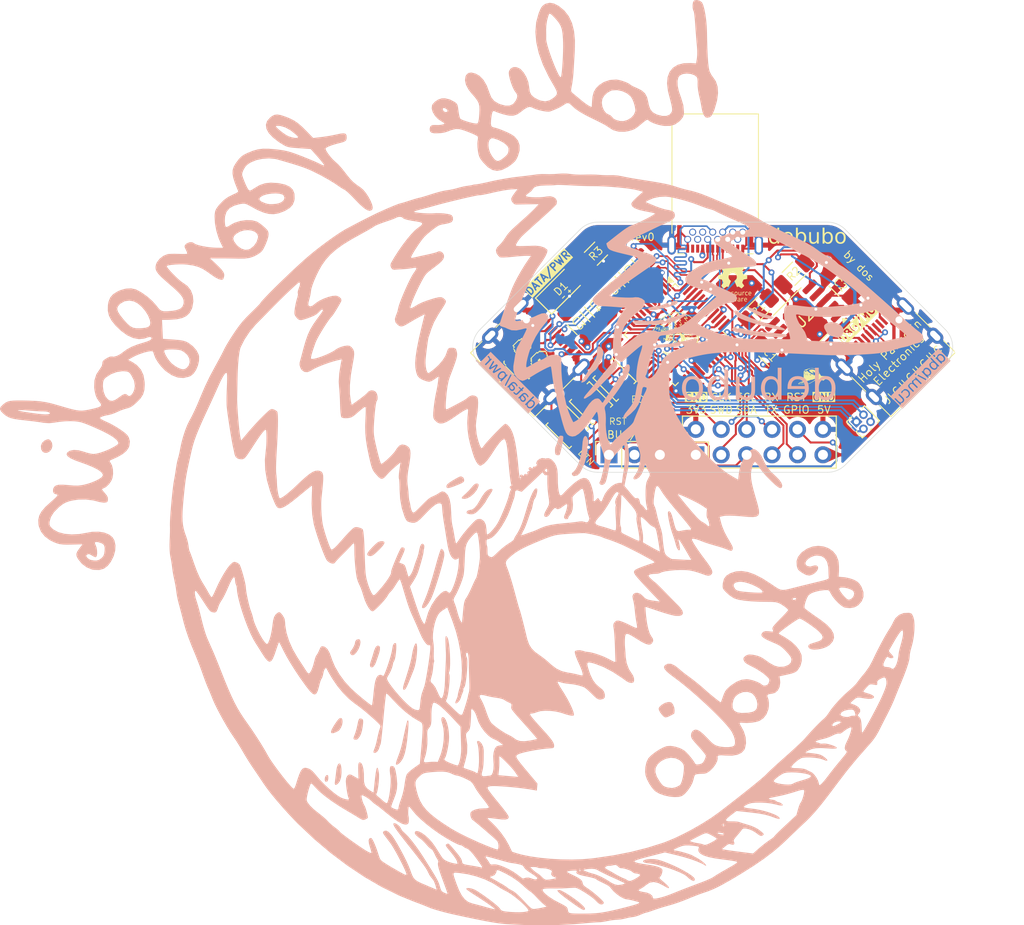
<source format=kicad_pcb>
(kicad_pcb
	(version 20240108)
	(generator "pcbnew")
	(generator_version "8.0")
	(general
		(thickness 1.6)
		(legacy_teardrops no)
	)
	(paper "A4")
	(layers
		(0 "F.Cu" signal)
		(1 "In1.Cu" power)
		(2 "In2.Cu" power)
		(31 "B.Cu" signal)
		(32 "B.Adhes" user "B.Adhesive")
		(33 "F.Adhes" user "F.Adhesive")
		(34 "B.Paste" user)
		(35 "F.Paste" user)
		(36 "B.SilkS" user "B.Silkscreen")
		(37 "F.SilkS" user "F.Silkscreen")
		(38 "B.Mask" user)
		(39 "F.Mask" user)
		(40 "Dwgs.User" user "User.Drawings")
		(41 "Cmts.User" user "User.Comments")
		(42 "Eco1.User" user "User.Eco1")
		(43 "Eco2.User" user "User.Eco2")
		(44 "Edge.Cuts" user)
		(45 "Margin" user)
		(46 "B.CrtYd" user "B.Courtyard")
		(47 "F.CrtYd" user "F.Courtyard")
		(48 "B.Fab" user)
		(49 "F.Fab" user)
		(50 "User.1" user)
		(51 "User.2" user)
		(52 "User.3" user)
		(53 "User.4" user)
		(54 "User.5" user)
		(55 "User.6" user)
		(56 "User.7" user)
		(57 "User.8" user)
		(58 "User.9" user)
	)
	(setup
		(stackup
			(layer "F.SilkS"
				(type "Top Silk Screen")
				(color "White")
			)
			(layer "F.Paste"
				(type "Top Solder Paste")
			)
			(layer "F.Mask"
				(type "Top Solder Mask")
				(color "Green")
				(thickness 0.01)
			)
			(layer "F.Cu"
				(type "copper")
				(thickness 0.035)
			)
			(layer "dielectric 1"
				(type "prepreg")
				(color "FR4 natural")
				(thickness 0.1)
				(material "FR4")
				(epsilon_r 4.5)
				(loss_tangent 0.02)
			)
			(layer "In1.Cu"
				(type "copper")
				(thickness 0.035)
			)
			(layer "dielectric 2"
				(type "core")
				(thickness 1.24)
				(material "FR4")
				(epsilon_r 4.5)
				(loss_tangent 0.02)
			)
			(layer "In2.Cu"
				(type "copper")
				(thickness 0.035)
			)
			(layer "dielectric 3"
				(type "prepreg")
				(thickness 0.1)
				(material "FR4")
				(epsilon_r 4.5)
				(loss_tangent 0.02)
			)
			(layer "B.Cu"
				(type "copper")
				(thickness 0.035)
			)
			(layer "B.Mask"
				(type "Bottom Solder Mask")
				(color "Green")
				(thickness 0.01)
			)
			(layer "B.Paste"
				(type "Bottom Solder Paste")
			)
			(layer "B.SilkS"
				(type "Bottom Silk Screen")
				(color "White")
			)
			(copper_finish "HAL SnPb")
			(dielectric_constraints no)
		)
		(pad_to_mask_clearance 0)
		(allow_soldermask_bridges_in_footprints no)
		(pcbplotparams
			(layerselection 0x00010fc_ffffffff)
			(plot_on_all_layers_selection 0x0000000_00000000)
			(disableapertmacros no)
			(usegerberextensions yes)
			(usegerberattributes yes)
			(usegerberadvancedattributes yes)
			(creategerberjobfile yes)
			(dashed_line_dash_ratio 12.000000)
			(dashed_line_gap_ratio 3.000000)
			(svgprecision 4)
			(plotframeref no)
			(viasonmask no)
			(mode 1)
			(useauxorigin no)
			(hpglpennumber 1)
			(hpglpenspeed 20)
			(hpglpendiameter 15.000000)
			(pdf_front_fp_property_popups yes)
			(pdf_back_fp_property_popups yes)
			(dxfpolygonmode yes)
			(dxfimperialunits yes)
			(dxfusepcbnewfont yes)
			(psnegative no)
			(psa4output no)
			(plotreference yes)
			(plotvalue yes)
			(plotfptext yes)
			(plotinvisibletext no)
			(sketchpadsonfab no)
			(subtractmaskfromsilk yes)
			(outputformat 1)
			(mirror no)
			(drillshape 0)
			(scaleselection 1)
			(outputdirectory "gerbers/")
		)
	)
	(net 0 "")
	(net 1 "unconnected-(U1A-PB14-Pad26)")
	(net 2 "unconnected-(U1A-PF1-OSC_OUT-Pad9)")
	(net 3 "D+")
	(net 4 "D-")
	(net 5 "VBUS")
	(net 6 "unconnected-(U1A-PB4-Pad43)")
	(net 7 "unconnected-(U1A-PF0-OSC_IN-Pad8)")
	(net 8 "PD2_CC1")
	(net 9 "unconnected-(U1A-PB0-Pad19)")
	(net 10 "unconnected-(U1A-PB13-Pad25)")
	(net 11 "unconnected-(U1A-PC14-OSC32_IN-Pad2)")
	(net 12 "unconnected-(U1A-PC7-Pad31)")
	(net 13 "PD2_CC2")
	(net 14 "DBG_VBUS")
	(net 15 "DBG_D-")
	(net 16 "DBG_D+")
	(net 17 "Net-(J2-CC1)")
	(net 18 "Net-(J2-CC2)")
	(net 19 "SBU1")
	(net 20 "PD1_CC2")
	(net 21 "unconnected-(U1A-PC13-Pad1)")
	(net 22 "unconnected-(U1A-PA12[PA10]-Pad34)")
	(net 23 "unconnected-(U1A-PB12-Pad24)")
	(net 24 "PD1_CC1")
	(net 25 "unconnected-(U1A-PB8-Pad47)")
	(net 26 "SBU2")
	(net 27 "I2C_SCL")
	(net 28 "RESET")
	(net 29 "unconnected-(U1A-PB3-Pad42)")
	(net 30 "unconnected-(U1A-PC15-OSC32_OUT-Pad3)")
	(net 31 "SWDIO")
	(net 32 "I2C_SDA")
	(net 33 "BOOT")
	(net 34 "unconnected-(U1A-PB5-Pad44)")
	(net 35 "STM_RX")
	(net 36 "unconnected-(U1A-PB1-Pad20)")
	(net 37 "V3")
	(net 38 "STM_TX")
	(net 39 "Net-(U1B-VREF+)")
	(net 40 "Net-(D1-A)")
	(net 41 "GPIO")
	(net 42 "LED")
	(net 43 "BTN")
	(net 44 "SPI_MISO")
	(net 45 "SPI_MOSI")
	(net 46 "unconnected-(U1A-PA15-Pad37)")
	(net 47 "SPI_NSS")
	(net 48 "SPI_SCK")
	(net 49 "GND")
	(net 50 "BD+")
	(net 51 "BD-")
	(net 52 "VIO")
	(net 53 "unconnected-(U1A-PC6-Pad30)")
	(footprint "LOGO" (layer "F.Cu") (at 151.5 98.9))
	(footprint "Capacitor_SMD:C_1206_3216Metric_Pad1.33x1.80mm_HandSolder" (layer "F.Cu") (at 131.5951 90.0951 135))
	(footprint "Button_Switch_SMD:SW_SPST_B3U-1000P" (layer "F.Cu") (at 127 103.95 135))
	(footprint "Debubo:SolderJumperSmol" (layer "F.Cu") (at 134.517157 86.717157 -45))
	(footprint "Capacitor_SMD:C_1206_3216Metric_Pad1.33x1.80mm_HandSolder" (layer "F.Cu") (at 129.8451 91.8451 135))
	(footprint "Capacitor_SMD:C_1206_3216Metric_Pad1.33x1.80mm_HandSolder" (layer "F.Cu") (at 147.25 96.75 135))
	(footprint "LOGO" (layer "F.Cu") (at 122.75 97.25 -45))
	(footprint "Capacitor_SMD:C_1206_3216Metric_Pad1.33x1.80mm_HandSolder" (layer "F.Cu") (at 154.25 89.75 -45))
	(footprint "Capacitor_SMD:C_1206_3216Metric_Pad1.33x1.80mm_HandSolder" (layer "F.Cu") (at 133.25 88.3951 -45))
	(footprint "Package_QFP:LQFP-48_7x7mm_P0.5mm" (layer "F.Cu") (at 137.75 94.75 -45))
	(footprint "Resistor_SMD:R_1206_3216Metric_Pad1.30x1.75mm_HandSolder" (layer "F.Cu") (at 149.596 88.654 45))
	(footprint "LOGO"
		(layer "F.Cu")
		(uuid "4785eff3-e543-4da4-b599-ea83da64dc85")
		(at 137.721624 94.35644)
		(property "Reference" "GPANG"
			(at 0 0 0)
			(layer "F.SilkS")
			(hide yes)
			(uuid "97468709-a4d4-4dba-b48b-3ea4b6fea43f")
			(effects
				(font
					(size 1.5 1.5)
					(thickness 0.3)
				)
			)
		)
		(property "Value" "LOGO"
			(at 0.75 0 0)
			(layer "F.SilkS")
			(hide yes)
			(uuid "6daeae5d-edac-4c57-9798-fda9de553c26")
			(effects
				(font
					(size 1.5 1.5)
					(thickness 0.3)
				)
			)
		)
		(property "Footprint" "LOGO"
			(at 0 0 0)
			(unlocked yes)
			(layer "F.Fab")
			(hide yes)
			(uuid "f22c43c4-e540-4514-ae0e-6121c9681813")
			(effects
				(font
					(size 1.27 1.27)
					(thickness 0.15)
				)
			)
		)
		(property "Datasheet" ""
			(at 0 0 0)
			(unlocked yes)
			(layer "F.Fab")
			(hide yes)
			(uuid "fc718c03-6242-424a-afe7-693a5f74999c")
			(effects
				(font
					(size 1.27 1.27)
					(thickness 0.15)
				)
			)
		)
		(property "Description" ""
			(at 0 0 0)
			(unlocked yes)
			(layer "F.Fab")
			(hide yes)
			(uuid "b837c190-3137-441e-b8ad-e8a1ef3dd34a")
			(effects
				(font
					(size 1.27 1.27)
					(thickness 0.15)
				)
			)
		)
		(attr board_only exclude_from_pos_files exclude_from_bom)
		(fp_poly
			(pts
				(xy 2.093733 0.587019) (xy 2.103678 0.595358) (xy 2.109433 0.604975) (xy 2.109011 0.610894) (xy 2.101548 0.616413)
				(xy 2.091148 0.612209) (xy 2.083789 0.605688) (xy 2.074338 0.593558) (xy 2.074319 0.58593) (xy 2.082928 0.583461)
			)
			(stroke
				(width 0)
				(type solid)
			)
			(fill solid)
			(layer "F.SilkS")
			(uuid "ac657206-7708-43c0-a1e8-c783de963f3a")
		)
		(fp_poly
			(pts
				(xy -1.932415 0.436049) (xy -1.925149 0.445848) (xy -1.923187 0.450927) (xy -1.917452 0.479205)
				(xy -1.921547 0.502697) (xy -1.926811 0.511926) (xy -1.936295 0.525842) (xy -1.942654 0.536292)
				(xy -1.953549 0.545756) (xy -1.969758 0.549436) (xy -1.986971 0.547105) (xy -2.000121 0.539323)
				(xy -2.009805 0.522618) (xy -2.011184 0.502562) (xy -2.005499 0.481498) (xy -1.993991 0.461765)
				(xy -1.977899 0.445707) (xy -1.958466 0.435664) (xy -1.944024 0.433465)
			)
			(stroke
				(width 0)
				(type solid)
			)
			(fill solid)
			(layer "F.SilkS")
			(uuid "1ebe9809-4fe8-4c80-ad44-ce21a3ff5c95")
		)
		(fp_poly
			(pts
				(xy 0.291162 -0.18097) (xy 0.305685 -0.178322) (xy 0.32908 -0.174645) (xy 0.354861 -0.172493) (xy 0.364242 -0.17226)
				(xy 0.383564 -0.17141) (xy 0.392622 -0.168339) (xy 0.392171 -0.162265) (xy 0.383209 -0.152623) (xy 0.367257 -0.144378)
				(xy 0.34474 -0.140389) (xy 0.319403 -0.140772) (xy 0.294995 -0.145644) (xy 0.284784 -0.149575) (xy 0.268497 -0.158373)
				(xy 0.262059 -0.16572) (xy 0.264617 -0.173162) (xy 0.269293 -0.177642) (xy 0.277661 -0.181298)
			)
			(stroke
				(width 0)
				(type solid)
			)
			(fill solid)
			(layer "F.SilkS")
			(uuid "219769a4-c93b-43b4-a94a-8eebe24ec2ae")
		)
		(fp_poly
			(pts
				(xy 1.821885 0.375303) (xy 1.845162 0.381754) (xy 1.854544 0.384657) (xy 1.878995 0.393796) (xy 1.892572 0.402369)
				(xy 1.89522 0.410274) (xy 1.886887 0.417409) (xy 1.874021 0.422022) (xy 1.859689 0.425906) (xy 1.850723 0.426988)
				(xy 1.841688 0.425099) (xy 1.828698 0.420612) (xy 1.813897 0.412722) (xy 1.801074 0.401406) (xy 1.792672 0.389451)
				(xy 1.791134 0.379644) (xy 1.791716 0.378415) (xy 1.797033 0.373819) (xy 1.806466 0.372719)
			)
			(stroke
				(width 0)
				(type solid)
			)
			(fill solid)
			(layer "F.SilkS")
			(uuid "2976cb09-dd76-4521-8f9e-39d240b55eb0")
		)
		(fp_poly
			(pts
				(xy 0.987596 -0.2862) (xy 0.993506 -0.285602) (xy 1.020791 -0.281808) (xy 1.037653 -0.276844) (xy 1.044762 -0.270205)
				(xy 1.042787 -0.261388) (xy 1.036218 -0.253508) (xy 1.029685 -0.248883) (xy 1.020052 -0.246328)
				(xy 1.005136 -0.245685) (xy 0.982751 -0.246796) (xy 0.9641 -0.248303) (xy 0.937224 -0.251982) (xy 0.921243 -0.257445)
				(xy 0.916065 -0.264782) (xy 0.9216 -0.274081) (xy 0.931031 -0.281306) (xy 0.939621 -0.285765) (xy 0.949999 -0.287935)
				(xy 0.965035 -0.288014)
			)
			(stroke
				(width 0)
				(type solid)
			)
			(fill solid)
			(layer "F.SilkS")
			(uuid "a1f3aeea-364e-44a6-9f33-acc2d70590f8")
		)
		(fp_poly
			(pts
				(xy 1.433889 0.081229) (xy 1.437538 0.084741) (xy 1.446012 0.09153) (xy 1.461055 0.098914) (xy 1.47839 0.105067)
				(xy 1.491993 0.107996) (xy 1.501064 0.113136) (xy 1.503106 0.122709) (xy 1.500918 0.132624) (xy 1.492209 0.136835)
				(xy 1.486436 0.137543) (xy 1.471083 0.136057) (xy 1.452373 0.130656) (xy 1.445713 0.127894) (xy 1.425516 0.116454)
				(xy 1.411517 0.104182) (xy 1.405188 0.092721) (xy 1.407025 0.084741) (xy 1.417199 0.078697) (xy 1.422937 0.077795)
			)
			(stroke
				(width 0)
				(type solid)
			)
			(fill solid)
			(layer "F.SilkS")
			(uuid "6b006c0c-942b-4a76-8d3f-47ad988798a7")
		)
		(fp_poly
			(pts
				(xy 1.98597 0.578947) (xy 1.999716 0.586146) (xy 2.015612 0.598914) (xy 2.018323 0.60152) (xy 2.035036 0.617572)
				(xy 2.051841 0.633055) (xy 2.060257 0.640461) (xy 2.073606 0.653431) (xy 2.077198 0.661703) (xy 2.071022 0.665921)
				(xy 2.059784 0.666812) (xy 2.042286 0.663123) (xy 2.023211 0.65116) (xy 2.018502 0.647268) (xy 2.001906 0.631055)
				(xy 1.987336 0.613288) (xy 1.976889 0.596854) (xy 1.972664 0.584638) (xy 1.972653 0.584194) (xy 1.976305 0.578052)
			)
			(stroke
				(width 0)
				(type solid)
			)
			(fill solid)
			(layer "F.SilkS")
			(uuid "30d1cda9-4e39-43c1-8c94-f16a6dbcccdc")
		)
		(fp_poly
			(pts
				(xy 1.360202 0.18516) (xy 1.378611 0.193839) (xy 1.392034 0.202524) (xy 1.41137 0.215377) (xy 1.430826 0.227522)
				(xy 1.440593 0.233199) (xy 1.455701 0.244315) (xy 1.461418 0.255232) (xy 1.461431 0.255724) (xy 1.457244 0.264409)
				(xy 1.446039 0.26658) (xy 1.429843 0.262176) (xy 1.419668 0.257) (xy 1.395418 0.24271) (xy 1.378606 0.232563)
				(xy 1.367037 0.22516) (xy 1.358518 0.2191) (xy 1.351383 0.213422) (xy 1.341313 0.201336) (xy 1.340855 0.192584)
				(xy 1.347848 0.184787)
			)
			(stroke
				(width 0)
				(type solid)
			)
			(fill solid)
			(layer "F.SilkS")
			(uuid "c0b9abc3-53e5-4895-a3cd-2521847c850b")
		)
		(fp_poly
			(pts
				(xy 0.413586 -0.283612) (xy 0.414676 -0.282817) (xy 0.421077 -0.27524) (xy 0.419885 -0.268359) (xy 0.410173 -0.261336)
				(xy 0.39101 -0.253331) (xy 0.376471 -0.248327) (xy 0.351583 -0.240272) (xy 0.334994 -0.235608) (xy 0.324499 -0.234101)
				(xy 0.317891 -0.23552) (xy 0.312963 -0.23963) (xy 0.311401 -0.241453) (xy 0.306511 -0.254333) (xy 0.310187 -0.266879)
				(xy 0.316736 -0.272492) (xy 0.326101 -0.275344) (xy 0.342994 -0.278954) (xy 0.363929 -0.282587)
				(xy 0.366055 -0.282914) (xy 0.389798 -0.285914) (xy 0.404926 -0.286148)
			)
			(stroke
				(width 0)
				(type solid)
			)
			(fill solid)
			(layer "F.SilkS")
			(uuid "ce4f3cb3-bef1-4aea-9e48-3a9138344b38")
		)
		(fp_poly
			(pts
				(xy 1.465457 2.002335) (xy 1.466299 2.012863) (xy 1.463751 2.032398) (xy 1.457782 2.061456) (xy 1.448391 2.10045)
				(xy 1.439302 2.135626) (xy 1.432071 2.161223) (xy 1.426245 2.178531) (xy 1.421372 2.188842) (xy 1.416998 2.193446)
				(xy 1.415587 2.193934) (xy 1.409002 2.192961) (xy 1.406238 2.185056) (xy 1.405863 2.175565) (xy 1.407516 2.157252)
				(xy 1.411981 2.132822) (xy 1.418517 2.104896) (xy 1.426384 2.076095) (xy 1.43484 2.049041) (xy 1.443145 2.026356)
				(xy 1.450557 2.010661) (xy 1.453717 2.006232) (xy 1.461253 2.000297)
			)
			(stroke
				(width 0)
				(type solid)
			)
			(fill solid)
			(layer "F.SilkS")
			(uuid "75941cb2-c3a2-4af2-b84f-9d45d51ae054")
		)
		(fp_poly
			(pts
				(xy -1.646773 0.06286) (xy -1.647219 0.069096) (xy -1.651096 0.082747) (xy -1.657409 0.101035) (xy -1.665165 0.12118)
				(xy -1.673369 0.140405) (xy -1.678071 0.1503) (xy -1.690145 0.170935) (xy -1.703588 0.188594) (xy -1.716348 0.200931)
				(xy -1.726375 0.2056) (xy -1.726417 0.2056) (xy -1.733136 0.203819) (xy -1.733713 0.202686) (xy -1.730957 0.196903)
				(xy -1.723687 0.184336) (xy -1.713393 0.167553) (xy -1.711899 0.165178) (xy -1.698673 0.142274)
				(xy -1.686187 0.11746) (xy -1.678352 0.099148) (xy -1.669389 0.079714) (xy -1.659885 0.066528) (xy -1.651271 0.061234)
			)
			(stroke
				(width 0)
				(type solid)
			)
			(fill solid)
			(layer "F.SilkS")
			(uuid "9e7d9363-affc-47c0-b36b-875cde412a35")
		)
		(fp_poly
			(pts
				(xy 1.723499 0.456051) (xy 1.739203 0.467998) (xy 1.743829 0.471833) (xy 1.762782 0.486328) (xy 1.782952 0.499741)
				(xy 1.793448 0.505734) (xy 1.809096 0.514494) (xy 1.815802 0.520953) (xy 1.814859 0.527138) (xy 1.810396 0.532338)
				(xy 1.804117 0.537064) (xy 1.796134 0.53802) (xy 1.782841 0.535264) (xy 1.774381 0.532889) (xy 1.761489 0.526592)
				(xy 1.744364 0.514893) (xy 1.726611 0.500266) (xy 1.725829 0.499555) (xy 1.709979 0.484461) (xy 1.701436 0.474265)
				(xy 1.698853 0.466892) (xy 1.700636 0.460717) (xy 1.706278 0.452942) (xy 1.713212 0.451209)
			)
			(stroke
				(width 0)
				(type solid)
			)
			(fill solid)
			(layer "F.SilkS")
			(uuid "ab5a3f2e-d8c6-4a58-93da-27bef9253d04")
		)
		(fp_poly
			(pts
				(xy -0.282151 -0.070954) (xy -0.269412 -0.062244) (xy -0.254826 -0.052441) (xy -0.243916 -0.045979)
				(xy -0.240111 -0.044454) (xy -0.231681 -0.040297) (xy -0.220931 -0.030318) (xy -0.211208 -0.018253)
				(xy -0.205861 -0.00784) (xy -0.205601 -0.005927) (xy -0.209338 0.002826) (xy -0.217344 0.009681)
				(xy -0.224115 0.010705) (xy -0.228743 0.007533) (xy -0.239967 -0.000382) (xy -0.255126 -0.011162)
				(xy -0.273362 -0.024805) (xy -0.289987 -0.038304) (xy -0.299417 -0.046837) (xy -0.308417 -0.056701)
				(xy -0.310015 -0.062999) (xy -0.304999 -0.069681) (xy -0.304142 -0.070543) (xy -0.298052 -0.075501)
				(xy -0.291743 -0.075882)
			)
			(stroke
				(width 0)
				(type solid)
			)
			(fill solid)
			(layer "F.SilkS")
			(uuid "2064a8c6-da98-440b-82ba-6b895f9443d5")
		)
		(fp_poly
			(pts
				(xy 1.502965 0.647207) (xy 1.51445 0.655298) (xy 1.533024 0.669195) (xy 1.559134 0.689234) (xy 1.593224 0.715752)
				(xy 1.613008 0.731236) (xy 1.633292 0.745746) (xy 1.658081 0.761536) (xy 1.680923 0.774594) (xy 1.699194 0.78506)
				(xy 1.712858 0.794381) (xy 1.719527 0.800884) (xy 1.71982 0.801857) (xy 1.715135 0.807802) (xy 1.702904 0.809675)
				(xy 1.685868 0.807614) (xy 1.666767 0.801756) (xy 1.660132 0.79885) (xy 1.637266 0.785403) (xy 1.609897 0.764578)
				(xy 1.5774 0.73585) (xy 1.539147 0.698695) (xy 1.532732 0.692218) (xy 1.512594 0.671228) (xy 1.500216 0.656836)
				(xy 1.495038 0.648272) (xy 1.4965 0.644766) (xy 1.498122 0.644585)
			)
			(stroke
				(width 0)
				(type solid)
			)
			(fill solid)
			(layer "F.SilkS")
			(uuid "8c4e9124-530b-4685-a3a7-5ca136c6afa3")
		)
		(fp_poly
			(pts
				(xy -0.394818 0.026768) (xy -0.378783 0.039138) (xy -0.367441 0.050654) (xy -0.343563 0.074357)
				(xy -0.317013 0.096232) (xy -0.289697 0.115134) (xy -0.26352 0.129913) (xy -0.240386 0.139424) (xy -0.2222 0.142518)
				(xy -0.216446 0.141612) (xy -0.207342 0.142927) (xy -0.202548 0.150711) (xy -0.203924 0.160593)
				(xy -0.206786 0.164315) (xy -0.224012 0.173494) (xy -0.24403 0.173072) (xy -0.250055 0.170978) (xy -0.263018 0.165368)
				(xy -0.281211 0.157457) (xy -0.29323 0.152216) (xy -0.310503 0.142602) (xy -0.331629 0.127821) (xy -0.354228 0.109912)
				(xy -0.375919 0.09091) (xy -0.394321 0.072852) (xy -0.407055 0.057775) (xy -0.410668 0.051741) (xy -0.416283 0.034388)
				(xy -0.414735 0.024422) (xy -0.407191 0.021872)
			)
			(stroke
				(width 0)
				(type solid)
			)
			(fill solid)
			(layer "F.SilkS")
			(uuid "fec170a4-69cc-467a-8e5e-3f1a230f8936")
		)
		(fp_poly
			(pts
				(xy 0.265586 -0.103844) (xy 0.29326 -0.096543) (xy 0.313957 -0.088909) (xy 0.34638 -0.077656) (xy 0.371124 -0.07296)
				(xy 0.389405 -0.074712) (xy 0.400832 -0.081247) (xy 0.4117 -0.086687) (xy 0.422103 -0.085908) (xy 0.427707 -0.079476)
				(xy 0.427871 -0.077717) (xy 0.424252 -0.070049) (xy 0.41542 -0.059305) (xy 0.414232 -0.058094) (xy 0.403453 -0.050048)
				(xy 0.389706 -0.045864) (xy 0.370733 -0.045332) (xy 0.344281 -0.048245) (xy 0.330797 -0.050379)
				(xy 0.312194 -0.054198) (xy 0.296683 -0.058589) (xy 0.2919 -0.060495) (xy 0.280424 -0.064974) (xy 0.26271 -0.070736)
				(xy 0.248665 -0.074828) (xy 0.228386 -0.081441) (xy 0.21862 -0.087481) (xy 0.218832 -0.093579) (xy 0.227462 -0.099827)
				(xy 0.244201 -0.104869)
			)
			(stroke
				(width 0)
				(type solid)
			)
			(fill solid)
			(layer "F.SilkS")
			(uuid "aa57f71c-03df-4b13-9366-b692924adf74")
		)
		(fp_poly
			(pts
				(xy 0.688605 -0.011353) (xy 0.701975 -0.003788) (xy 0.721271 0.008305) (xy 0.744938 0.023957) (xy 0.767458 0.039424)
				(xy 0.826809 0.080025) (xy 0.878204 0.113407) (xy 0.921964 0.139766) (xy 0.958407 0.159302) (xy 0.968927 0.164305)
				(xy 0.987478 0.174007) (xy 0.996063 0.181753) (xy 0.996564 0.18643) (xy 0.988945 0.192856) (xy 0.973157 0.19307)
				(xy 0.948848 0.187033) (xy 0.924315 0.178183) (xy 0.907592 0.170196) (xy 0.883899 0.156993) (xy 0.855265 0.139887)
				(xy 0.823714 0.120187) (xy 0.791275 0.099205) (xy 0.759973 0.078252) (xy 0.731836 0.058637) (xy 0.70889 0.041673)
				(xy 0.693207 0.028711) (xy 0.682906 0.015382) (xy 0.678041 0.001283) (xy 0.679499 -0.010023) (xy 0.682717 -0.013419)
			)
			(stroke
				(width 0)
				(type solid)
			)
			(fill solid)
			(layer "F.SilkS")
			(uuid "8db06e1b-b52d-4d45-93b6-869ea0c98fa3")
		)
		(fp_poly
			(pts
				(xy 1.174462 0.325643) (xy 1.189649 0.334338) (xy 1.206815 0.346341) (xy 1.222795 0.359614) (xy 1.223649 0.360408)
				(xy 1.241211 0.375015) (xy 1.267123 0.393982) (xy 1.299981 0.416348) (xy 1.338381 0.441148) (xy 1.369781 0.46065)
				(xy 1.388205 0.473468) (xy 1.397243 0.483444) (xy 1.396588 0.49006) (xy 1.388732 0.492601) (xy 1.380305 0.490502)
				(xy 1.365211 0.484199) (xy 1.34645 0.474968) (xy 1.343023 0.473152) (xy 1.319133 0.460353) (xy 1.293981 0.446883)
				(xy 1.274581 0.436499) (xy 1.256804 0.425398) (xy 1.237379 0.410686) (xy 1.217639 0.393743) (xy 1.198918 0.375952)
				(xy 1.182547 0.358694) (xy 1.169859 0.343349) (xy 1.162187 0.331301) (xy 1.160864 0.32393) (xy 1.164419 0.322293)
			)
			(stroke
				(width 0)
				(type solid)
			)
			(fill solid)
			(layer "F.SilkS")
			(uuid "2a39b8c1-5611-4ea6-845e-23816d860d9a")
		)
		(fp_poly
			(pts
				(xy -0.827971 -0.209095) (xy -0.813612 -0.207488) (xy -0.792779 -0.20421) (xy -0.764276 -0.199139)
				(xy -0.726905 -0.192155) (xy -0.694597 -0.186018) (xy -0.661235 -0.17971) (xy -0.629973 -0.173885)
				(xy -0.603147 -0.168972) (xy -0.583096 -0.1654) (xy -0.573737 -0.163832) (xy -0.557549 -0.159956)
				(xy -0.550571 -0.155243) (xy -0.553519 -0.150501) (xy -0.559845 -0.148114) (xy -0.597189 -0.142649)
				(xy -0.639029 -0.144932) (xy -0.657216 -0.147259) (xy -0.682781 -0.150142) (xy -0.712031 -0.153178)
				(xy -0.735631 -0.15545) (xy -0.762647 -0.158354) (xy -0.786464 -0.16166) (xy -0.804391 -0.164948)
				(xy -0.813426 -0.167622) (xy -0.833021 -0.180726) (xy -0.843328 -0.194579) (xy -0.844629 -0.201246)
				(xy -0.844187 -0.205107) (xy -0.842061 -0.207783) (xy -0.837055 -0.209153)
			)
			(stroke
				(width 0)
				(type solid)
			)
			(fill solid)
			(layer "F.SilkS")
			(uuid "7846a38d-13d3-45fb-b3b8-ac7eea47cadf")
		)
		(fp_poly
			(pts
				(xy -1.572707 0.027122) (xy -1.570004 0.03947) (xy -1.569862 0.055766) (xy -1.572529 0.072099) (xy -1.578621 0.086904)
				(xy -1.590379 0.108737) (xy -1.60667 0.135838) (xy -1.626363 0.166442) (xy -1.648325 0.198788) (xy -1.671424 0.231112)
				(xy -1.693067 0.259779) (xy -1.71196 0.283295) (xy -1.725372 0.298073) (xy -1.733949 0.304646) (xy -1.738337 0.303548)
				(xy -1.739269 0.297894) (xy -1.736202 0.289467) (xy -1.72826 0.275608) (xy -1.719869 0.263164) (xy -1.696231 0.230008)
				(xy -1.677712 0.203286) (xy -1.662753 0.180553) (xy -1.64979 0.159362) (xy -1.637263 0.137269) (xy -1.62535 0.11512)
				(xy -1.613257 0.091375) (xy -1.603425 0.070364) (xy -1.596921 0.054484) (xy -1.594793 0.046475)
				(xy -1.591477 0.034326) (xy -1.583837 0.024764) (xy -1.577614 0.022227)
			)
			(stroke
				(width 0)
				(type solid)
			)
			(fill solid)
			(layer "F.SilkS")
			(uuid "30de9b28-1281-4ef3-b6e0-8562456619fa")
		)
		(fp_poly
			(pts
				(xy -1.189611 -0.319266) (xy -1.188677 -0.318487) (xy -1.189128 -0.312144) (xy -1.196811 -0.302514)
				(xy -1.209254 -0.291725) (xy -1.223985 -0.281907) (xy -1.238533 -0.275191) (xy -1.23916 -0.27499)
				(xy -1.252771 -0.269223) (xy -1.26941 -0.260248) (xy -1.27378 -0.257578) (xy -1.28833 -0.249498)
				(xy -1.299993 -0.2449) (xy -1.302625 -0.244498) (xy -1.311854 -0.241577) (xy -1.313766 -0.239605)
				(xy -1.322097 -0.234348) (xy -1.335431 -0.231615) (xy -1.347767 -0.232383) (xy -1.350648 -0.233603)
				(xy -1.35435 -0.240964) (xy -1.353275 -0.244173) (xy -1.345818 -0.250142) (xy -1.331071 -0.258206)
				(xy -1.312263 -0.266877) (xy -1.292623 -0.274667) (xy -1.275381 -0.280088) (xy -1.275279 -0.280113)
				(xy -1.258987 -0.286437) (xy -1.24252 -0.296024) (xy -1.241938 -0.296444) (xy -1.217804 -0.312341)
				(xy -1.200273 -0.319985)
			)
			(stroke
				(width 0)
				(type solid)
			)
			(fill solid)
			(layer "F.SilkS")
			(uuid "e3156611-c05e-4ac7-b329-8a1839c879ca")
		)
		(fp_poly
			(pts
				(xy -1.067143 -0.312935) (xy -1.0669 -0.310476) (xy -1.070969 -0.303113) (xy -1.081936 -0.290616)
				(xy -1.097943 -0.274693) (xy -1.117132 -0.257051) (xy -1.137644 -0.239399) (xy -1.157621 -0.223445)
				(xy -1.175204 -0.210898) (xy -1.175257 -0.210864) (xy -1.192876 -0.199202) (xy -1.207348 -0.189279)
				(xy -1.21561 -0.183196) (xy -1.21572 -0.183103) (xy -1.229129 -0.174514) (xy -1.248076 -0.165941)
				(xy -1.270278 -0.15798) (xy -1.293455 -0.151228) (xy -1.315325 -0.146281) (xy -1.333607 -0.143737)
				(xy -1.346019 -0.14419) (xy -1.350296 -0.14791) (xy -1.345445 -0.151808) (xy -1.332258 -0.158674)
				(xy -1.312784 -0.167518) (xy -1.290531 -0.176772) (xy -1.227823 -0.205464) (xy -1.174177 -0.238052)
				(xy -1.127911 -0.275587) (xy -1.11954 -0.283637) (xy -1.099388 -0.301926) (xy -1.083318 -0.313221)
				(xy -1.072261 -0.317049)
			)
			(stroke
				(width 0)
				(type solid)
			)
			(fill solid)
			(layer "F.SilkS")
			(uuid "10b1cf3e-69a6-4d0a-bd43-e0bd2cf87a8a")
		)
		(fp_poly
			(pts
				(xy 0.961002 2.19818) (xy 0.959021 2.207045) (xy 0.949464 2.220169) (xy 0.941332 2.228564) (xy 0.924047 2.247471)
				(xy 0.904913 2.272271) (xy 0.88511 2.300977) (xy 0.865817 2.331602) (xy 0.848211 2.362159) (xy 0.833472 2.39066)
				(xy 0.822778 2.415117) (xy 0.817309 2.433543) (xy 0.816845 2.438459) (xy 0.815084 2.453361) (xy 0.810737 2.468471)
				(xy 0.805207 2.479914) (xy 0.800394 2.483876) (xy 0.793765 2.480467) (xy 0.790943 2.477978) (xy 0.788761 2.468634)
				(xy 0.791312 2.451295) (xy 0.7979 2.427665) (xy 0.807831 2.399449) (xy 0.820408 2.368349) (xy 0.834938 2.33607)
				(xy 0.850724 2.304315) (xy 0.867073 2.274788) (xy 0.883288 2.249193) (xy 0.885681 2.245776) (xy 0.899308 2.230148)
				(xy 0.916564 2.215089) (xy 0.934338 2.202883) (xy 0.949521 2.195819) (xy 0.954863 2.194924)
			)
			(stroke
				(width 0)
				(type solid)
			)
			(fill solid)
			(layer "F.SilkS")
			(uuid "01551c69-6e29-4c37-a8cb-88ed8f939d3b")
		)
		(fp_poly
			(pts
				(xy -1.495502 0.100126) (xy -1.494772 0.103484) (xy -1.498673 0.115409) (xy -1.509684 0.133577)
				(xy -1.526761 0.156679) (xy -1.548862 0.183402) (xy -1.574944 0.212437) (xy -1.603965 0.242472)
				(xy -1.610261 0.24871) (xy -1.6422 0.279829) (xy -1.667385 0.303622) (xy -1.686722 0.320818) (xy -1.701118 0.332142)
				(xy -1.711479 0.338322) (xy -1.71871 0.340085) (xy -1.722681 0.338913) (xy -1.724723 0.337076) (xy -1.72499 0.334284)
				(xy -1.722709 0.329656) (xy -1.717105 0.322316) (xy -1.707403 0.311384) (xy -1.69283 0.295982) (xy -1.672611 0.275232)
				(xy -1.645972 0.248254) (xy -1.617425 0.219492) (xy -1.597086 0.197609) (xy -1.575244 0.171918)
				(xy -1.556534 0.147876) (xy -1.556081 0.147254) (xy -1.542555 0.128703) (xy -1.531078 0.113133)
				(xy -1.523549 0.103115) (xy -1.522211 0.101411) (xy -1.512855 0.095432) (xy -1.502407 0.095121)
			)
			(stroke
				(width 0)
				(type solid)
			)
			(fill solid)
			(layer "F.SilkS")
			(uuid "696d98d2-0c7a-4ea1-8161-0b6e94a12a6c")
		)
		(fp_poly
			(pts
				(xy -0.800957 -0.329451) (xy -0.790147 -0.317255) (xy -0.783158 -0.308956) (xy -0.776097 -0.302233)
				(xy -0.767288 -0.296312) (xy -0.755058 -0.29042) (xy -0.737732 -0.283782) (xy -0.713638 -0.275624)
				(xy -0.6811 -0.265174) (xy -0.669591 -0.261523) (xy -0.64043 -0.252305) (xy -0.620375 -0.245894)
				(xy -0.607969 -0.241641) (xy -0.601756 -0.2389) (xy -0.600278 -0.237021) (xy -0.602079 -0.235357)
				(xy -0.605702 -0.23326) (xy -0.605844 -0.233171) (xy -0.619146 -0.228769) (xy -0.637705 -0.230093)
				(xy -0.658581 -0.235569) (xy -0.678465 -0.239611) (xy -0.698322 -0.240457) (xy -0.701059 -0.240215)
				(xy -0.713818 -0.239912) (xy -0.727989 -0.242481) (xy -0.745834 -0.248646) (xy -0.769619 -0.259136)
				(xy -0.788944 -0.268426) (xy -0.811628 -0.283447) (xy -0.824373 -0.301065) (xy -0.826656 -0.320492)
				(xy -0.825929 -0.324067) (xy -0.820586 -0.335759) (xy -0.812468 -0.337593)
			)
			(stroke
				(width 0)
				(type solid)
			)
			(fill solid)
			(layer "F.SilkS")
			(uuid "e7bbed64-ffca-404b-a0cf-49fd67e1685b")
		)
		(fp_poly
			(pts
				(xy 0.187374 -1.866634) (xy 0.225124 -1.865443) (xy 0.266749 -1.8636) (xy 0.310744 -1.861217) (xy 0.355604 -1.858406)
				(xy 0.399821 -1.855279) (xy 0.44189 -1.85195) (xy 0.480305 -1.84853) (xy 0.51356 -1.845131) (xy 0.540148 -1.841866)
				(xy 0.558564 -1.838848) (xy 0.567103 -1.83632) (xy 0.573597 -1.835176) (xy 0.589074 -1.833486) (xy 0.611428 -1.831452)
				(xy 0.638552 -1.829276) (xy 0.647833 -1.828587) (xy 0.685621 -1.825287) (xy 0.717737 -1.820965)
				(xy 0.748785 -1.814782) (xy 0.783368 -1.805899) (xy 0.802953 -1.80032) (xy 0.833475 -1.791062) (xy 0.862675 -1.781536)
				(xy 0.88766 -1.772729) (xy 0.905537 -1.76563) (xy 0.908532 -1.76425) (xy 0.924119 -1.757266) (xy 0.947262 -1.747589)
				(xy 0.975094 -1.736387) (xy 1.00475 -1.72483) (xy 1.011332 -1.722319) (xy 1.078644 -1.695375) (xy 1.140656 -1.667415)
				(xy 1.203073 -1.635848) (xy 1.211376 -1.631418) (xy 1.246246 -1.613437) (xy 1.282021 -1.596245)
				(xy 1.315299 -1.581416) (xy 1.342679 -1.570522) (xy 1.344553 -1.569853) (xy 1.369242 -1.559054)
				(xy 1.3992 -1.542756) (xy 1.431387 -1.522835) (xy 1.462759 -1.501171) (xy 1.489214 -1.480538) (xy 1.50819 -1.465073)
				(xy 1.526076 -1.451349) (xy 1.539604 -1.441852) (xy 1.541783 -1.440511) (xy 1.554201 -1.431884)
				(xy 1.571054 -1.418469) (xy 1.588729 -1.403144) (xy 1.589016 -1.402883) (xy 1.608676 -1.385421)
				(xy 1.629361 -1.36769) (xy 1.644804 -1.354974) (xy 1.659428 -1.342432) (xy 1.679459 -1.324019) (xy 1.703268 -1.301357)
				(xy 1.729226 -1.276069) (xy 1.755702 -1.249777) (xy 1.781067 -1.224105) (xy 1.803692 -1.200676)
				(xy 1.821946 -1.181111) (xy 1.8342 -1.167034) (xy 1.836447 -1.164144) (xy 1.847252 -1.15067) (xy 1.8633 -1.132018)
				(xy 1.882125 -1.111014) (xy 1.895407 -1.096665) (xy 1.914762 -1.074785) (xy 1.932796 -1.052147)
				(xy 1.947028 -1.031977) (xy 1.9531 -1.021649) (xy 1.965571 -0.99901) (xy 1.980211 -0.974906) (xy 1.987324 -0.9641)
				(xy 2.000058 -0.944061) (xy 2.01416 -0.919689) (xy 2.02497 -0.899375) (xy 2.037266 -0.876358) (xy 2.05082 -0.853078)
				(xy 2.06141 -0.836514) (xy 2.07324 -0.817388) (xy 2.086165 -0.79357) (xy 2.0959 -0.773433) (xy 2.104999 -0.753627)
				(xy 2.117395 -0.727324) (xy 2.131444 -0.69798) (xy 2.145239 -0.669591) (xy 2.164225 -0.627315) (xy 2.183413 -0.57814)
				(xy 2.201241 -0.526143) (xy 2.205902 -0.511223) (xy 2.217046 -0.47567) (xy 2.229102 -0.438822) (xy 2.240912 -0.404114)
				(xy 2.251319 -0.374984) (xy 2.255486 -0.363969) (xy 2.265771 -0.336612) (xy 2.275591 -0.308928)
				(xy 2.283493 -0.28508) (xy 2.286509 -0.27506) (xy 2.293492 -0.251624) (xy 2.302158 -0.224273) (xy 2.309311 -0.202822)
				(xy 2.317045 -0.176892) (xy 2.325489 -0.142829) (xy 2.334076 -0.103542) (xy 2.342237 -0.061938)
				(xy 2.349406 -0.020926) (xy 2.355013 0.016586) (xy 2.358493 0.047692) (xy 2.358677 0.050011) (xy 2.361489 0.077769)
				(xy 2.36585 0.110633) (xy 2.370971 0.142845) (xy 2.37278 0.152811) (xy 2.377946 0.183286) (xy 2.383137 0.219208)
				(xy 2.387572 0.254938) (xy 2.389386 0.272282) (xy 2.392476 0.30355) (xy 2.395873 0.336181) (xy 2.399078 0.365456)
				(xy 2.400784 0.380133) (xy 2.403696 0.414604) (xy 2.405369 0.457672) (xy 2.405826 0.506892) (xy 2.405092 0.559818)
				(xy 2.403188 0.614007) (xy 2.40014 0.667012) (xy 2.397758 0.697375) (xy 2.38265 0.827937) (xy 2.36058 0.955895)
				(xy 2.331912 1.079982) (xy 2.297012 1.19893) (xy 2.256246 1.31147) (xy 2.20998 1.416334) (xy 2.167049 1.497707)
				(xy 2.15236 1.523619) (xy 2.139149 1.547444) (xy 2.128693 1.56684) (xy 2.122272 1.579466) (xy 2.121547 1.581058)
				(xy 2.114077 1.595017) (xy 2.101298 1.61559) (xy 2.084689 1.640592) (xy 2.065724 1.667836) (xy 2.045883 1.695135)
				(xy 2.032938 1.712233) (xy 1.991344 1.765887) (xy 1.955586 1.811457) (xy 1.924932 1.849828) (xy 1.898652 1.881881)
				(xy 1.876014 1.9085) (xy 1.856286 1.930567) (xy 1.838737 1.948965) (xy 1.828177 1.959351) (xy 1.751173 2.030605)
				(xy 1.67177 2.099455) (xy 1.592344 2.163941) (xy 1.515273 2.222105) (xy 1.475322 2.250296) (xy 1.450577 2.267458)
				(xy 1.42836 2.28318) (xy 1.410666 2.296028) (xy 1.399492 2.304564) (xy 1.397528 2.306235) (xy 1.386779 2.314147)
				(xy 1.370002 2.324515) (xy 1.353838 2.333481) (xy 1.333551 2.345012) (xy 1.314586 2.357254) (xy 1.303827 2.365317)
				(xy 1.28747 2.376925) (xy 1.26765 2.388131) (xy 1.261387 2.391086) (xy 1.243328 2.399997) (xy 1.227438 2.409382)
				(xy 1.223003 2.412534) (xy 1.210095 2.419929) (xy 1.191394 2.427677) (xy 1.178549 2.431857) (xy 1.160697 2.437405)
				(xy 1.147073 2.442424) (xy 1.141916 2.445005) (xy 1.134257 2.448834) (xy 1.119148 2.45504) (xy 1.099646 2.462377)
				(xy 1.096629 2.463463) (xy 1.072079 2.47291) (xy 1.043138 2.485018) (xy 1.015346 2.497454) (xy 1.010499 2.499735)
				(xy 0.985575 2.510594) (xy 0.954373 2.522755) (xy 0.921328 2.534546) (xy 0.897418 2.542322) (xy 0.868344 2.551568)
				(xy 0.839924 2.561115) (xy 0.815614 2.569773) (xy 0.800175 2.575794) (xy 0.775468 2.585436) (xy 0.748639 2.59413)
				(xy 0.718091 2.60224) (xy 0.682227 2.610132) (xy 0.639449 2.61817) (xy 0.588161 2.626717) (xy 0.552899 2.632202)
				(xy 0.46896 2.643625) (xy 0.393258 2.650914) (xy 0.323757 2.65418) (xy 0.258423 2.65353) (xy 0.211157 2.650558)
				(xy 0.187363 2.648735) (xy 0.156282 2.646656) (xy 0.121728 2.644562) (xy 0.087517 2.642694) (xy 0.083351 2.642483)
				(xy 0.052025 2.640526) (xy 0.021544 2.637696) (xy -0.009749 2.633701) (xy -0.043511 2.628248) (xy -0.081401 2.621044)
				(xy -0.125074 2.611799) (xy -0.176189 2.600218) (xy -0.235146 2.586311) (xy -0.325638 2.566173)
				(xy -0.415558 2.549351) (xy -0.510493 2.53481) (xy -0.518599 2.533696) (xy -0.556551 2.527464) (xy -0.588353 2.519494)
				(xy -0.618963 2.508428) (xy -0.632916 2.502415) (xy -0.651401 2.494326) (xy -0.676384 2.483637)
				(xy -0.704077 2.471961) (xy -0.72238 2.464339) (xy -0.750631 2.452184) (xy -0.779473 2.439001) (xy -0.804739 2.426731)
				(xy -0.816846 2.420396) (xy -0.838654 2.408641) (xy -0.8657 2.394342) (xy -0.893301 2.379967) (xy -0.902975 2.374991)
				(xy -0.948631 2.350923) (xy -0.987095 2.32922) (xy -1.017604 2.310356) (xy -1.039393 2.294802) (xy -1.050369 2.284305)
				(xy -0.857139 2.284305) (xy -0.856756 2.294328) (xy -0.848674 2.308559) (xy -0.840584 2.318331)
				(xy -0.829058 2.327871) (xy -0.812247 2.338375) (xy -0.7883 2.35104) (xy -0.766143 2.361907) (xy -0.743122 2.372529)
				(xy -0.715193 2.384708) (xy -0.684259 2.397693) (xy -0.652225 2.410731) (xy -0.620995 2.423067)
				(xy -0.592472 2.43395) (xy -0.568563 2.442626) (xy -0.551169 2.448342) (xy -0.542494 2.450343) (xy -0.540992 2.447164)
				(xy -0.543126 2.44359) (xy -0.56249 2.418607) (xy -0.575605 2.400335) (xy -0.583452 2.387041) (xy -0.584473 2.384155)
				(xy -0.511223 2.384155) (xy -0.506653 2.390338) (xy -0.494711 2.399636) (xy -0.478051 2.410369)
				(xy -0.459327 2.420855) (xy -0.441191 2.429414) (xy -0.437406 2.430925) (xy -0.414701 2.441922)
				(xy -0.400437 2.45393) (xy -0.395707 2.465903) (xy -0.396542 2.469988) (xy -0.397827 2.474595) (xy -0.396548 2.478172)
				(xy -0.391109 2.481274) (xy -0.379918 2.484456) (xy -0.361379 2.488271) (xy -0.333898 2.493274)
				(xy -0.325055 2.494844) (xy -0.294185 2.500608) (xy -0.261655 2.507158) (xy -0.232413 2.51348) (xy -0.219493 2.516499)
				(xy -0.196051 2.521727) (xy -0.174464 2.525716) (xy -0.158795 2.527729) (xy -0.156851 2.527826)
				(xy -0.144808 2.527631) (xy -0.141921 2.524572) (xy -0.146249 2.516378) (xy -0.146598 2.515828)
				(xy -0.15379 2.498814) (xy -0.155595 2.489906) (xy -0.05279 2.489906) (xy -0.048385 2.496768) (xy -0.037237 2.50664)
				(xy -0.022448 2.517374) (xy -0.007116 2.526819) (xy 0.005658 2.532826) (xy 0.010643 2.533887) (xy 0.019119 2.536878)
				(xy 0.033334 2.544679) (xy 0.048557 2.554495) (xy 0.078478 2.575103) (xy 0.168046 2.579575) (xy 0.198469 2.581276)
				(xy 0.224863 2.583095) (xy 0.245287 2.584871) (xy 0.257804 2.586444) (xy 0.26078 2.587279) (xy 0.267557 2.588351)
				(xy 0.281948 2.58786) (xy 0.297287 2.586324) (xy 0.319575 2.584429) (xy 0.347351 2.583324) (xy 0.375003 2.583221)
				(xy 0.37786 2.583281) (xy 0.425093 2.584425) (xy 0.446667 2.561068) (xy 0.531278 2.561068) (xy 0.532266 2.563546)
				(xy 0.537236 2.564466) (xy 0.547559 2.563726) (xy 0.564606 2.56122) (xy 0.589745 2.556846) (xy 0.624348 2.550501)
				(xy 0.626808 2.550045) (xy 0.652242 2.545579) (xy 0.674897 2.542042) (xy 0.691718 2.539888) (xy 0.69814 2.539444)
				(xy 0.70885 2.537631) (xy 0.727295 2.532706) (xy 0.750795 2.525444) (xy 0.774263 2.517473) (xy 0.824357 2.49982)
				(xy 0.866147 2.485308) (xy 0.901749 2.473214) (xy 0.933281 2.462816) (xy 0.952986 2.456502) (xy 0.980538 2.446929)
				(xy 1.006264 2.436469) (xy 1.0284 2.426021) (xy 1.045186 2.416487) (xy 1.054858 2.408764) (xy 1.055895 2.403967)
				(xy 1.050312 2.391153) (xy 1.052616 2.374157) (xy 1.055224 2.369197) (xy 1.135455 2.369197) (xy 1.136779 2.372371)
				(xy 1.142525 2.372741) (xy 1.150491 2.370351) (xy 1.16668 2.363687) (xy 1.189409 2.353506) (xy 1.216992 2.340568)
				(xy 1.247745 2.325629) (xy 1.252949 2.323053) (xy 1.292771 2.302898) (xy 1.324874 2.285597) (xy 1.351753 2.26963)
				(xy 1.375905 2.253473) (xy 1.399825 2.235605) (xy 1.41142 2.226407) (xy 1.43461 2.20745) (xy 1.455989 2.189442)
				(xy 1.473343 2.174285) (xy 1.484455 2.163879) (xy 1.485275 2.163028) (xy 1.494894 2.152062) (xy 1.497608 2.14439)
				(xy 1.494312 2.135389) (xy 1.491569 2.13048) (xy 1.48768 2.122921) (xy 1.486097 2.11578) (xy 1.487291 2.106712)
				(xy 1.491733 2.093373) (xy 1.499892 2.073419) (xy 1.505819 2.059514) (xy 1.51572 2.034001) (xy 1.576667 2.034001)
				(xy 1.603789 2.019818) (xy 1.621628 2.009905) (xy 1.637121 2.00031) (xy 1.643064 1.99609) (xy 1.648647 1.990537)
				(xy 1.652461 1.982762) (xy 1.655023 1.970451) (xy 1.655149 1.969127) (xy 1.671868 1.969127) (xy 1.67398 1.980874)
				(xy 1.677308 1.983767) (xy 1.684277 1.980891) (xy 1.696943 1.973532) (xy 1.705981 1.967681) (xy 1.721324 1.956045)
				(xy 1.740741 1.939469) (xy 1.760638 1.921058) (xy 1.765519 1.916281) (xy 1.782557 1.898941) (xy 1.792827 1.886864)
				(xy 1.797725 1.877777) (xy 1.798652 1.869406) (xy 1.797866 1.86369) (xy 1.79804 1.851373) (xy 1.800999 1.83065)
				(xy 1.80625 1.80373) (xy 1.813299 1.772828) (xy 1.821652 1.740153) (xy 1.830817 1.707917) (xy 1.837076 1.687939)
				(xy 1.843782 1.673023) (xy 1.853032 1.65894) (xy 1.862885 1.647834) (xy 1.8714 1.641848) (xy 1.876635 1.643125)
				(xy 1.876964 1.643908) (xy 1.876138 1.651246) (xy 1.872437 1.666546) (xy 1.866524 1.687235) (xy 1.86216 1.701264)
				(xy 1.851039 1.736828) (xy 1.841234 1.769797) (xy 1.833132 1.798711) (xy 1.827117 1.822113) (xy 1.823575 1.838544)
				(xy 1.82289 1.846546) (xy 1.823665 1.846981) (xy 1.828657 1.841341) (xy 1.838111 1.828655) (xy 1.850388 1.811161)
				(xy 1.857013 1.8014) (xy 1.872422 1.778808) (xy 1.888075 1.756445) (xy 1.901198 1.73826) (xy 1.904157 1.734302)
				(xy 1.917106 1.711723) (xy 1.923163 1.686272) (xy 1.922313 1.656441) (xy 1.91454 1.620723) (xy 1.902558 1.584826)
				(xy 1.891977 1.556318) (xy 1.884316 1.537111) (xy 1.878288 1.526221) (xy 1.872606 1.522662) (xy 1.865982 1.525448)
				(xy 1.85713 1.533596) (xy 1.847896 1.542992) (xy 1.813713 1.581549) (xy 1.782387 1.624799) (xy 1.755634 1.669918)
				(xy 1.735166 1.714079) (xy 1.724586 1.746356) (xy 1.718033 1.768673) (xy 1.710373 1.790007) (xy 1.70523 1.801676)
				(xy 1.697503 1.820392) (xy 1.69024 1.844257) (xy 1.683755 1.871222) (xy 1.67836 1.899239) (xy 1.674372 1.926261)
				(xy 1.672103 1.95024) (xy 1.671868 1.969127) (xy 1.655149 1.969127) (xy 1.656848 1.951289) (xy 1.658189 1.928199)
				(xy 1.660205 1.894359) (xy 1.662553 1.869095) (xy 1.665646 1.849868) (xy 1.669893 1.834141) (xy 1.675706 1.819376)
				(xy 1.675873 1.819003) (xy 1.681274 1.804588) (xy 1.683692 1.793516) (xy 1.683701 1.793085) (xy 1.6856 1.784497)
				(xy 1.690702 1.768291) (xy 1.698121 1.747179) (xy 1.70315 1.733712) (xy 1.71142 1.711804) (xy 1.717942 1.694072)
				(xy 1.721857 1.682877) (xy 1.722599 1.680251) (xy 1.71852 1.680479) (xy 1.711851 1.683506) (xy 1.692719 1.688944)
				(xy 1.675922 1.683521) (xy 1.672014 1.680404) (xy 1.665595 1.675801) (xy 1.660578 1.677432) (xy 1.654482 1.686878)
				(xy 1.650817 1.69392) (xy 1.634831 1.729541) (xy 1.620792 1.768838) (xy 1.610024 1.807602) (xy 1.603848 1.841623)
				(xy 1.603562 1.844316) (xy 1.600773 1.866693) (xy 1.597289 1.886493) (xy 1.593851 1.899518) (xy 1.593767 1.899733)
				(xy 1.59053 1.913012) (xy 1.587983 1.93269) (xy 1.586857 1.950426) (xy 1.585498 1.974004) (xy 1.583178 1.997113)
				(xy 1.581192 2.010273) (xy 1.576667 2.034001) (xy 1.51572 2.034001) (xy 1.517872 2.028455) (xy 1.526766 1.999646)
				(xy 1.532222 1.974712) (xy 1.533966 1.955277) (xy 1.531719 1.942965) (xy 1.526315 1.939313) (xy 1.51826 1.942833)
				(xy 1.504664 1.952194) (xy 1.488059 1.965599) (xy 1.482768 1.97023) (xy 1.460778 1.989087) (xy 1.436318 2.008906)
				(xy 1.414652 2.025423) (xy 1.414488 2.025542) (xy 1.396646 2.038675) (xy 1.38137 2.05026) (xy 1.371789 2.05792)
				(xy 1.371418 2.058242) (xy 1.365202 2.06778) (xy 1.357531 2.085383) (xy 1.349281 2.108253) (xy 1.341332 2.133589)
				(xy 1.334562 2.158591) (xy 1.329848 2.180461) (xy 1.328068 2.196397) (xy 1.328068 2.196458) (xy 1.326594 2.213493)
				(xy 1.322981 2.227245) (xy 1.322316 2.22863) (xy 1.313837 2.237336) (xy 1.303976 2.239108) (xy 1.298227 2.234989)
				(xy 1.297195 2.226459) (xy 1.298236 2.209834) (xy 1.30094 2.187852) (xy 1.304897 2.163249) (xy 1.309696 2.138763)
				(xy 1.314928 2.117132) (xy 1.316922 2.1103) (xy 1.322558 2.090792) (xy 1.324557 2.078395) (xy 1.32312 2.069792)
				(xy 1.319774 2.063624) (xy 1.315542 2.053463) (xy 1.315598 2.040676) (xy 1.320371 2.023267) (xy 1.33029 1.999238)
				(xy 1.336447 1.985943) (xy 1.343694 1.969307) (xy 1.347898 1.956985) (xy 1.348263 1.952099) (xy 1.342618 1.953515)
				(xy 1.330939 1.960116) (xy 1.319413 1.967898) (xy 1.304872 1.979373) (xy 1.299944 1.986142) (xy 1.302405 1.988342)
				(xy 1.309513 1.992127) (xy 1.31016 2.000069) (xy 1.303939 2.013167) (xy 1.290443 2.032418) (xy 1.278057 2.048113)
				(xy 1.263606 2.066597) (xy 1.252313 2.082297) (xy 1.245746 2.092968) (xy 1.244717 2.095872) (xy 1.242553 2.104704)
				(xy 1.237115 2.119027) (xy 1.234461 2.125099) (xy 1.223339 2.149933) (xy 1.2162 2.167088) (xy 1.212266 2.17893)
				(xy 1.210761 2.187822) (xy 1.210907 2.196129) (xy 1.210948 2.196618) (xy 1.210636 2.221097) (xy 1.20657 2.248151)
				(xy 1.199671 2.274023) (xy 1.190859 2.294957) (xy 1.184622 2.30405) (xy 1.171981 2.318709) (xy 1.160948 2.332769)
				(xy 1.160014 2.334068) (xy 1.149379 2.348978) (xy 1.141277 2.360238) (xy 1.135455 2.369197) (xy 1.055224 2.369197)
				(xy 1.062191 2.35595) (xy 1.067113 2.349878) (xy 1.078898 2.335908) (xy 1.088045 2.323617) (xy 1.089925 2.320613)
				(xy 1.09278 2.314115) (xy 1.089661 2.312088) (xy 1.078395 2.313667) (xy 1.074431 2.314448) (xy 1.054944 2.317116)
				(xy 1.036336 2.317841) (xy 1.035002 2.317784) (xy 1.010765 2.320838) (xy 0.99039 2.333119) (xy 0.973386 2.355131)
				(xy 0.959259 2.387376) (xy 0.955558 2.398954) (xy 0.950297 2.412307) (xy 0.945079 2.419002) (xy 0.943185 2.419067)
				(xy 0.940532 2.412538) (xy 0.940848 2.397499) (xy 0.94419 2.373135) (xy 0.948016 2.351903) (xy 0.949435 2.339515)
				(xy 0.946189 2.334574) (xy 0.940035 2.333844) (xy 0.928101 2.330342) (xy 0.914664 2.321841) (xy 0.913828 2.321137)
				(xy 0.904463 2.312128) (xy 0.902057 2.304409) (xy 0.905565 2.292902) (xy 0.907204 2.288932) (xy 0.914962 2.275308)
				(xy 0.927911 2.257365) (xy 0.935904 2.24775) (xy 1.025161 2.24775) (xy 1.030891 2.250312) (xy 1.03646 2.250492)
				(xy 1.050902 2.24912) (xy 1.069557 2.245688) (xy 1.075616 2.24426) (xy 1.092094 2.23876) (xy 1.100665 2.231517)
				(xy 1.102731 2.226264) (xy 1.128024 2.226264) (xy 1.131272 2.228058) (xy 1.14187 2.224118) (xy 1.149151 2.220499)
				(xy 1.165821 2.209452) (xy 1.177871 2.194681) (xy 1.187345 2.173235) (xy 1.191769 2.159043) (xy 1.200176 2.133924)
				(xy 1.210934 2.107703) (xy 1.222439 2.08388) (xy 1.233084 2.065959) (xy 1.236451 2.061562) (xy 1.243017 2.052359)
				(xy 1.251436 2.038729) (xy 1.259601 2.024345) (xy 1.265405 2.012878) (xy 1.266944 2.008408) (xy 1.262986 2.00815)
				(xy 1.252766 2.013297) (xy 1.238757 2.022386) (xy 1.223438 2.033956) (xy 1.222863 2.034425) (xy 1.210604 2.046787)
				(xy 1.202907 2.058916) (xy 1.201923 2.06225) (xy 1.198923 2.071439) (xy 1.191927 2.088479) (xy 1.181855 2.111255)
				(xy 1.169626 2.137651) (xy 1.164042 2.149364) (xy 1.151462 2.175651) (xy 1.140797 2.198177) (xy 1.132887 2.21515)
				(xy 1.128572 2.224777) (xy 1.128024 2.226264) (xy 1.102731 2.226264) (xy 1.103849 2.223422) (xy 1.108779 2.209334)
				(xy 1.113509 2.201017) (xy 1.118095 2.192507) (xy 1.125115 2.176362) (xy 1.133357 2.155449) (xy 1.137065 2.14545)
				(xy 1.145255 2.123086) (xy 1.152377 2.103912) (xy 1.157317 2.090914) (xy 1.158498 2.087956) (xy 1.159208 2.080225)
				(xy 1.151526 2.078232) (xy 1.139118 2.081898) (xy 1.134077 2.085969) (xy 1.12448 2.093579) (xy 1.11117 2.100536)
				(xy 1.098903 2.108258) (xy 1.094789 2.119761) (xy 1.094684 2.123033) (xy 1.092777 2.1357) (xy 1.08876 2.142362)
				(xy 1.079236 2.151412) (xy 1.068238 2.16613) (xy 1.058203 2.182655) (xy 1.051568 2.197127) (xy 1.05023 2.203413)
				(xy 1.046544 2.216598) (xy 1.041591 2.22296) (xy 1.031444 2.234183) (xy 1.027504 2.240311) (xy 1.025161 2.24775)
				(xy 0.935904 2.24775) (xy 0.943431 2.238695) (xy 0.945552 2.236346) (xy 0.971437 2.207202) (xy 0.989087 2.185509)
				(xy 0.998507 2.171261) (xy 1.000219 2.166017) (xy 0.998684 2.163485) (xy 0.993311 2.163618) (xy 0.982944 2.16686)
				(xy 0.96643 2.173655) (xy 0.942612 2.18445) (xy 0.910338 2.199688) (xy 0.900102 2.204584) (xy 0.824991 2.240583)
				(xy 0.780632 2.300561) (xy 0.754857 2.337041) (xy 0.731707 2.372951) (xy 0.712431 2.406172) (xy 0.698282 2.434585)
				(xy 0.692079 2.450536) (xy 0.688703 2.460143) (xy 0.686834 2.459506) (xy 0.685152 2.451795) (xy 0.685612 2.440277)
				(xy 0.689032 2.422537) (xy 0.694344 2.402706) (xy 0.700476 2.38492) (xy 0.704904 2.375519) (xy 0.708919 2.364838)
				(xy 0.709134 2.363668) (xy 0.712924 2.354654) (xy 0.721528 2.339582) (xy 0.733098 2.321286) (xy 0.745785 2.302603)
				(xy 0.757741 2.286369) (xy 0.765691 2.276887) (xy 0.773674 2.267909) (xy 0.775684 2.26328) (xy 0.770481 2.2627)
				(xy 0.756828 2.265867) (xy 0.739906 2.270634) (xy 0.721114 2.277335) (xy 0.704783 2.28681) (xy 0.687361 2.301402)
				(xy 0.675147 2.313345) (xy 0.659117 2.330079) (xy 0.650473 2.340736) (xy 0.648338 2.346671) (xy 0.651833 2.349236)
				(xy 0.651847 2.349239) (xy 0.661311 2.355739) (xy 0.667089 2.365135) (xy 0.667975 2.381154) (xy 0.660218 2.402291)
				(xy 0.643657 2.428815) (xy 0.618129 2.460996) (xy 0.590983 2.491161) (xy 0.571273 2.512461) (xy 0.554121 2.53152)
				(xy 0.541086 2.546568) (xy 0.533727 2.555832) (xy 0.532904 2.557135) (xy 0.531278 2.561068) (xy 0.446667 2.561068)
				(xy 0.473832 2.531659) (xy 0.493727 2.510003) (xy 0.512174 2.489712) (xy 0.527155 2.47302) (xy 0.53665 2.462161)
				(xy 0.53684 2.461936) (xy 0.551108 2.444979) (xy 0.524148 2.444979) (xy 0.507025 2.445838) (xy 0.497479 2.449305)
				(xy 0.492048 2.456714) (xy 0.491703 2.457482) (xy 0.483848 2.467585) (xy 0.475094 2.469172) (xy 0.468794 2.462139)
				(xy 0.467869 2.458225) (xy 0.465347 2.451606) (xy 0.458437 2.447078) (xy 0.444687 2.443555) (xy 0.428971 2.441002)
				(xy 0.408588 2.437638) (xy 0.391805 2.434201) (xy 0.382747 2.431606) (xy 0.373022 2.432901) (xy 0.361577 2.442607)
				(xy 0.34996 2.458513) (xy 0.339722 2.478408) (xy 0.332412 2.500082) (xy 0.331324 2.504999) (xy 0.327031 2.523369)
				(xy 0.322376 2.533379) (xy 0.315808 2.537721) (xy 0.312002 2.538516) (xy 0.30404 2.5389) (xy 0.300945 2.535174)
				(xy 0.301592 2.524592) (xy 0.302899 2.516289) (xy 0.308022 2.492816) (xy 0.316012 2.471263) (xy 0.328485 2.447935)
				(xy 0.342287 2.426251) (xy 0.353902 2.408544) (xy 0.36346 2.393554) (xy 0.368865 2.384575) (xy 0.371609 2.381241)
				(xy 0.483323 2.381241) (xy 0.486716 2.383855) (xy 0.492243 2.380045) (xy 0.497246 2.374728) (xy 0.534432 2.374728)
				(xy 0.5371 2.377993) (xy 0.546871 2.377579) (xy 0.556434 2.376168) (xy 0.576524 2.372329) (xy 0.59546 2.367594)
				(xy 0.598742 2.366591) (xy 0.610898 2.361139) (xy 0.616716 2.35552) (xy 0.616801 2.354924) (xy 0.620268 2.347732)
				(xy 0.629119 2.335823) (xy 0.635791 2.328063) (xy 0.648472 2.312969) (xy 0.658583 2.299031) (xy 0.664614 2.288568)
				(xy 0.665051 2.283894) (xy 0.664649 2.283833) (xy 0.658468 2.285001) (xy 0.643987 2.288136) (xy 0.623729 2.292684)
				(xy 0.611208 2.295549) (xy 0.58746 2.301159) (xy 0.572106 2.305677) (xy 0.562711 2.310494) (xy 0.556839 2.317003)
				(xy 0.552053 2.326599) (xy 0.550469 2.330279) (xy 0.543315 2.347767) (xy 0.537536 2.363211) (xy 0.536401 2.366606)
				(xy 0.534432 2.374728) (xy 0.497246 2.374728) (xy 0.500423 2.371352) (xy 0.508965 2.359411) (xy 0.510472 2.353586)
				(xy 0.505319 2.355054) (xy 0.497331 2.361627) (xy 0.486875 2.373233) (xy 0.483323 2.381241) (xy 0.371609 2.381241)
				(xy 0.375806 2.376142) (xy 0.388358 2.364235) (xy 0.398038 2.356096) (xy 0.414682 2.34162) (xy 0.416302 2.3394)
				(xy 0.44732 2.3394) (xy 0.44776 2.344521) (xy 0.44977 2.344957) (xy 0.455429 2.340923) (xy 0.455655 2.3394)
				(xy 0.453759 2.333988) (xy 0.453205 2.333844) (xy 0.44846 2.337737) (xy 0.44732 2.3394) (xy 0.416302 2.3394)
				(xy 0.421872 2.331765) (xy 0.419248 2.325889) (xy 0.406449 2.323349) (xy 0.383115 2.323504) (xy 0.379845 2.32366)
				(xy 0.337375 2.325805) (xy 0.277292 2.388217) (xy 0.245092 2.423043) (xy 0.22061 2.452788) (xy 0.202631 2.47898)
				(xy 0.196123 2.49042) (xy 0.185755 2.508545) (xy 0.17674 2.521727) (xy 0.170623 2.527784) (xy 0.169572 2.527881)
				(xy 0.165881 2.520865) (xy 0.168505 2.506941) (xy 0.176546 2.487655) (xy 0.189109 2.464556) (xy 0.205296 2.439192)
				(xy 0.224213 2.413109) (xy 0.24496 2.387857) (xy 0.260242 2.371352) (xy 0.277832 2.352723) (xy 0.286992 2.340759)
				(xy 0.287581 2.334721) (xy 0.279457 2.33387) (xy 0.262477 2.337466) (xy 0.254172 2.339706) (xy 0.237911 2.347379)
				(xy 0.217043 2.361721) (xy 0.193878 2.380705) (xy 0.170727 2.402302) (xy 0.149901 2.424483) (xy 0.13371 2.445222)
				(xy 0.133362 2.445738) (xy 0.119594 2.464519) (xy 0.109157 2.475287) (xy 0.102755 2.477633) (xy 0.101092 2.471145)
				(xy 0.102427 2.463763) (xy 0.10684 2.451729) (xy 0.111546 2.445905) (xy 0.115934 2.439546) (xy 0.116692 2.434083)
				(xy 0.120709 2.422336) (xy 0.125331 2.416943) (xy 0.135262 2.405919) (xy 0.139812 2.398856) (xy 0.141788 2.393556)
				(xy 0.138589 2.39296) (xy 0.128622 2.397428) (xy 0.115893 2.404237) (xy 0.097921 2.414056) (xy 0.08247 2.422458)
				(xy 0.075016 2.426479) (xy 0.052812 2.437572) (xy 0.024859 2.450444) (xy -0.004179 2.462993) (xy -0.022227 2.470294)
				(xy -0.038592 2.477876) (xy -0.049683 2.485321) (xy -0.05279 2.489906) (xy -0.155595 2.489906) (xy -0.158142 2.477341)
				(xy -0.159264 2.45566) (xy -0.158384 2.449439) (xy -0.138919 2.449439) (xy -0.13541 2.454263) (xy -0.124461 2.453687)
				(xy -0.105438 2.447559) (xy -0.077707 2.435726) (xy -0.073004 2.433564) (xy -0.053338 2.425261)
				(xy -0.036076 2.419371) (xy -0.025188 2.417195) (xy -0.014987 2.413422) (xy -0.001367 2.403485)
				(xy 0.013806 2.389461) (xy 0.028663 2.373424) (xy 0.041336 2.357451) (xy 0.049958 2.343617) (xy 0.052661 2.333997)
				(xy 0.051667 2.331796) (xy 0.042999 2.329016) (xy 0.027128 2.328211) (xy 0.007751 2.329173) (xy -0.011438 2.331698)
				(xy -0.026742 2.335578) (xy -0.028495 2.336273) (xy -0.044735 2.345652) (xy -0.064 2.360471) (xy -0.084375 2.378769)
				(xy -0.103949 2.398588) (xy -0.120809 2.417965) (xy -0.133041 2.434942) (xy -0.138734 2.447558)
				(xy -0.138919 2.449439) (xy -0.158384 2.449439) (xy -0.156769 2.43802) (xy -0.154232 2.432328) (xy -0.146453 2.416819)
				(xy -0.142781 2.405929) (xy -0.136978 2.395481) (xy -0.124935 2.381135) (xy -0.10916 2.36585) (xy -0.107741 2.364614)
				(xy -0.091949 2.350559) (xy -0.083774 2.34178) (xy -0.082124 2.336647) (xy -0.085906 2.333531) (xy -0.086699 2.333206)
				(xy -0.101851 2.329986) (xy -0.122452 2.328824) (xy -0.143916 2.329634) (xy -0.161659 2.332331)
				(xy -0.168458 2.334735) (xy -0.186688 2.346878) (xy -0.207486 2.364417) (xy -0.22791 2.384462) (xy -0.24502 2.404125)
				(xy -0.255874 2.420517) (xy -0.255948 2.420668) (xy -0.265234 2.43718) (xy -0.272027 2.444088) (xy -0.275618 2.441261)
				(xy -0.275299 2.428567) (xy -0.274581 2.424141) (xy -0.270558 2.406475) (xy -0.264573 2.39192) (xy -0.254774 2.377357)
				(xy -0.239311 2.359665) (xy -0.231359 2.351256) (xy -0.202822 2.321437) (xy -0.225049 2.325235)
				(xy -0.24582 2.331163) (xy -0.267092 2.34254) (xy -0.290717 2.360597) (xy -0.318548 2.386563) (xy -0.320767 2.388775)
				(xy -0.341606 2.408512) (xy -0.356373 2.420038) (xy -0.364783 2.423161) (xy -0.366747 2.419789)
				(xy -0.363442 2.408731) (xy -0.355064 2.392881) (xy -0.343915 2.375758) (xy -0.332302 2.360882)
				(xy -0.322527 2.351771) (xy -0.322011 2.351463) (xy -0.310926 2.343794) (xy -0.305714 2.337506)
				(xy -0.305658 2.33706) (xy -0.302244 2.329357) (xy -0.296426 2.321778) (xy -0.291317 2.313818) (xy -0.294995 2.311425)
				(xy -0.306691 2.314483) (xy -0.325642 2.32288) (xy -0.33467 2.32749) (xy -0.354969 2.336969) (xy -0.375035 2.344442)
				(xy -0.38574 2.347283) (xy -0.406386 2.352409) (xy -0.422766 2.358793) (xy -0.432179 2.365255) (xy -0.433428 2.368076)
				(xy -0.43835 2.371036) (xy -0.450599 2.372644) (xy -0.454961 2.372741) (xy -0.476002 2.373771) (xy -0.494304 2.376472)
				(xy -0.506989 2.380259) (xy -0.511223 2.384155) (xy -0.584473 2.384155) (xy -0.587007 2.376992)
				(xy -0.587249 2.368456) (xy -0.586861 2.366126) (xy -0.585885 2.354941) (xy -0.590657 2.350899)
				(xy -0.596381 2.350514) (xy -0.611923 2.346303) (xy -0.620533 2.334888) (xy -0.621759 2.318093)
				(xy -0.619981 2.31262) (xy -0.587668 2.31262) (xy -0.587021 2.323314) (xy -0.582427 2.33448) (xy -0.577149 2.343974)
				(xy -0.572221 2.344223) (xy -0.565757 2.338366) (xy -0.554316 2.330391) (xy -0.545953 2.327886)
				(xy -0.536172 2.323777) (xy -0.52921 2.317676) (xy -0.483439 2.317676) (xy -0.479138 2.321275) (xy -0.473715 2.320741)
				(xy -0.461465 2.317723) (xy -0.445656 2.314307) (xy -0.445637 2.314304) (xy -0.432959 2.309332)
				(xy -0.430017 2.302981) (xy -0.437027 2.297526) (xy -0.443909 2.295907) (xy -0.456495 2.297369)
				(xy -0.470089 2.303312) (xy -0.480411 2.311379) (xy -0.483439 2.317676) (xy -0.52921 2.317676) (xy -0.525223 2.314182)
				(xy -0.515549 2.30216) (xy -0.50959 2.290767) (xy -0.509788 2.283064) (xy -0.509996 2.282837) (xy -0.523074 2.277237)
				(xy -0.54145 2.279921) (xy -0.563357 2.290593) (xy -0.56586 2.292212) (xy -0.581044 2.303348) (xy -0.587668 2.31262)
				(xy -0.619981 2.31262) (xy -0.615149 2.297742) (xy -0.611224 2.290644) (xy -0.604084 2.278308) (xy -0.600309 2.270569)
				(xy -0.600131 2.269806) (xy -0.605128 2.268287) (xy -0.617883 2.267331) (xy -0.627473 2.267162)
				(xy -0.641662 2.267579) (xy -0.651814 2.270045) (xy -0.660924 2.276386) (xy -0.671988 2.28843) (xy -0.681651 2.300187)
				(xy -0.699569 2.319325) (xy -0.714899 2.330667) (xy -0.726437 2.334545) (xy -0.732977 2.33129) (xy -0.733314 2.321235)
				(xy -0.726243 2.30471) (xy -0.716964 2.290465) (xy -0.708317 2.277136) (xy -0.70415 2.267817) (xy -0.704461 2.265333)
				(xy -0.711927 2.263242) (xy -0.726386 2.260521) (xy -0.735506 2.259101) (xy -0.752185 2.257268)
				(xy -0.762556 2.259019) (xy -0.771237 2.265922) (xy -0.777787 2.273465) (xy -0.787509 2.28457) (xy -0.79311 2.287941)
				(xy -0.797483 2.284468) (xy -0.800173 2.280345) (xy -0.80665 2.27312) (xy -0.816069 2.271222) (xy -0.829187 2.272944)
				(xy -0.848258 2.27774) (xy -0.857139 2.284305) (xy -1.050369 2.284305) (xy -1.051698 2.283034) (xy -1.051822 2.282867)
				(xy -1.06248 2.271975) (xy -1.07901 2.258786) (xy -1.095251 2.247813) (xy -1.121039 2.229683) (xy -1.147536 2.207265)
				(xy -1.172697 2.182686) (xy -1.194478 2.158071) (xy -1.208744 2.138422) (xy -1.119187 2.138422)
				(xy -1.113756 2.147486) (xy -1.104479 2.157807) (xy -1.089323 2.170947) (xy -1.074172 2.182216)
				(xy -1.051127 2.198102) (xy -1.035062 2.209398) (xy -1.023777 2.217783) (xy -1.015077 2.224938)
				(xy -1.006762 2.232541) (xy -1.00062 2.238425) (xy -0.980872 2.255163) (xy -0.961515 2.267603) (xy -0.94432 2.275085)
				(xy -0.93106 2.276949) (xy -0.923508 2.272534) (xy -0.922424 2.267566) (xy -0.918308 2.256736) (xy -0.908532 2.245928)
				(xy -0.897324 2.23459) (xy -0.895414 2.224707) (xy -0.903291 2.215443) (xy -0.921442 2.205963) (xy -0.934927 2.200733)
				(xy -0.94601 2.197859) (xy -0.949999 2.200733) (xy -0.950208 2.203) (xy -0.953747 2.213033) (xy -0.961805 2.221751)
				(xy -0.970542 2.225562) (xy -0.973518 2.224817) (xy -0.976578 2.217402) (xy -0.976762 2.203304)
				(xy -0.976329 2.199402) (xy -0.975777 2.182996) (xy -0.979565 2.175817) (xy -0.979862 2.175719)
				(xy -0.987535 2.173118) (xy -1.0031 2.167543) (xy -1.024039 2.159903) (xy -1.040446 2.153851) (xy -1.064638 2.145379)
				(xy -1.086297 2.138679) (xy -1.102475 2.134616) (xy -1.108645 2.1338) (xy -1.118148 2.134446) (xy -1.119187 2.138422)
				(xy -1.208744 2.138422) (xy -1.210833 2.135545) (xy -1.219161 2.119) (xy -1.224175 2.10314) (xy -1.225064 2.093577)
				(xy -1.221447 2.086142) (xy -1.215554 2.079462) (xy -1.191001 2.060446) (xy -1.163179 2.05129) (xy -1.13409 2.052353)
				(xy -1.111272 2.060793) (xy -1.094977 2.068124) (xy -1.073547 2.076037) (xy -1.058565 2.080763)
				(xy -1.034996 2.088457) (xy -1.004189 2.099808) (xy -0.968934 2.113687) (xy -0.932024 2.128964)
				(xy -0.896249 2.144512) (xy -0.864403 2.159202) (xy -0.863633 2.159571) (xy -0.828874 2.173349)
				(xy -0.790387 2.183886) (xy -0.777503 2.186367) (xy -0.753134 2.190785) (xy -0.730553 2.195417)
				(xy -0.713882 2.199404) (xy -0.711304 2.200144) (xy -0.697045 2.202778) (xy -0.675424 2.20481) (xy -0.650188 2.205933)
				(xy -0.639066 2.20606) (xy -0.601406 2.207416) (xy -0.561157 2.211128) (xy -0.521825 2.216707) (xy -0.486919 2.223664)
				(xy -0.4621 2.23073) (xy -0.442058 2.235933) (xy -0.421997 2.238376) (xy -0.417868 2.23839) (xy -0.401156 2.238794)
				(xy -0.376585 2.240575) (xy -0.34728 2.243396) (xy -0.316364 2.246922) (xy -0.286961 2.250818) (xy -0.262192 2.254748)
				(xy -0.2575 2.255618) (xy -0.243668 2.257346) (xy -0.220741 2.259146) (xy -0.190737 2.260907) (xy -0.155671 2.262517)
				(xy -0.117562 2.263866) (xy -0.098244 2.264401) (xy -0.059513 2.265517) (xy -0.022956 2.266842)
				(xy 0.009442 2.268282) (xy 0.035695 2.269744) (xy 0.05382 2.271135) (xy 0.059234 2.271778) (xy 0.073387 2.272828)
				(xy 0.097544 2.27331) (xy 0.13061 2.273247) (xy 0.171491 2.272662) (xy 0.219092 2.271579) (xy 0.272319 2.270019)
				(xy 0.330078 2.268005) (xy 0.391273 2.265561) (xy 0.422314 2.264207) (xy 0.478617 2.259776) (xy 0.54059 2.251607)
				(xy 0.60508 2.240335) (xy 0.668938 2.226593) (xy 0.729013 2.211018) (xy 0.782154 2.194243) (xy 0.797396 2.188643)
				(xy 0.888514 2.150786) (xy 0.978863 2.107141) (xy 1.070576 2.056589) (xy 1.162433 2.000076) (xy 1.27942 2.000076)
				(xy 1.28018 2.000437) (xy 1.285251 1.996525) (xy 1.286392 1.994881) (xy 1.287808 1.989686) (xy 1.287048 1.989324)
				(xy 1.281977 1.993236) (xy 1.280836 1.994881) (xy 1.27942 2.000076) (xy 1.162433 2.000076) (xy 1.165783 1.998015)
				(xy 1.183818 1.986297) (xy 1.230227 1.953618) (xy 1.278627 1.915417) (xy 1.312755 1.88592) (xy 1.415503 1.88592)
				(xy 1.415535 1.892003) (xy 1.421331 1.895491) (xy 1.422823 1.896054) (xy 1.431926 1.904236) (xy 1.43239 1.917504)
				(xy 1.425244 1.932166) (xy 1.421109 1.938654) (xy 1.42213 1.940317) (xy 1.429894 1.936949) (xy 1.443304 1.929797)
				(xy 1.459635 1.92007) (xy 1.472407 1.910932) (xy 1.476712 1.906862) (xy 1.481649 1.895394) (xy 1.483658 1.880266)
				(xy 1.485186 1.866286) (xy 1.508492 1.866286) (xy 1.508764 1.867239) (xy 1.515572 1.870445) (xy 1.524568 1.865152)
				(xy 1.533471 1.853033) (xy 1.536365 1.846965) (xy 1.54682 1.831164) (xy 1.559775 1.821508) (xy 1.57128 1.816461)
				(xy 1.577103 1.813716) (xy 1.577105 1.813715) (xy 1.579034 1.808151) (xy 1.582421 1.794585) (xy 1.586545 1.775916)
				(xy 1.586681 1.775266) (xy 1.594469 1.746381) (xy 1.605478 1.716546) (xy 1.618503 1.688158) (xy 1.632343 1.663611)
				(xy 1.645793 1.6453) (xy 1.656575 1.636129) (xy 1.668245 1.628215) (xy 1.671218 1.619636) (xy 1.670423 1.61521)
				(xy 1.66807 1.600885) (xy 1.667107 1.584741) (xy 1.665725 1.573321) (xy 1.662434 1.569323) (xy 1.66182 1.569574)
				(xy 1.656917 1.575196) (xy 1.647257 1.588248) (xy 1.634173 1.606866) (xy 1.619001 1.629185) (xy 1.616842 1.632416)
				(xy 1.601337 1.655358) (xy 1.587604 1.675119) (xy 1.57703 1.689739) (xy 1.571003 1.697262) (xy 1.570653 1.697593)
				(xy 1.563779 1.704811) (xy 1.552844 1.717547) (xy 1.54415 1.728167) (xy 1.532467 1.744126) (xy 1.527608 1.755339)
				(xy 1.528359 1.764739) (xy 1.528662 1.7656) (xy 1.529648 1.778815) (xy 1.525486 1.800132) (xy 1.519493 1.820174)
				(xy 1.513397 1.840515) (xy 1.509512 1.856844) (xy 1.508492 1.866286) (xy 1.485186 1.866286) (xy 1.485674 1.861818)
				(xy 1.489806 1.846599) (xy 1.494538 1.829964) (xy 1.497603 1.811033) (xy 1.497688 1.810071) (xy 1.499422 1.789185)
				(xy 1.483512 1.801735) (xy 1.472894 1.811638) (xy 1.467462 1.819673) (xy 1.467295 1.820572) (xy 1.463022 1.827606)
				(xy 1.452708 1.837586) (xy 1.448422 1.841019) (xy 1.433875 1.855047) (xy 1.422221 1.871143) (xy 1.420928 1.873614)
				(xy 1.415503 1.88592) (xy 1.312755 1.88592) (xy 1.327292 1.873355) (xy 1.3745 1.829096) (xy 1.418525 1.784303)
				(xy 1.457644 1.740639) (xy 1.490134 1.699767) (xy 1.508234 1.67335) (xy 1.523486 1.649107) (xy 1.511907 1.60371)
				(xy 1.504737 1.564588) (xy 1.501005 1.519659) (xy 1.500888 1.473742) (xy 1.504566 1.431657) (xy 1.505335 1.426701)
				(xy 1.507131 1.41143) (xy 1.506871 1.401899) (xy 1.505813 1.400306) (xy 1.500668 1.404196) (xy 1.49008 1.414631)
				(xy 1.475885 1.429753) (xy 1.467674 1.438868) (xy 1.446003 1.461887) (xy 1.42946 1.476066) (xy 1.417149 1.481906)
				(xy 1.408173 1.479907) (xy 1.40366 1.474566) (xy 1.401215 1.464724) (xy 1.399272 1.445074) (xy 1.397912 1.41691)
				(xy 1.397218 1.381531) (xy 1.397161 1.372522) (xy 1.396791 1.340831) (xy 1.396007 1.312308) (xy 1.394902 1.28913)
				(xy 1.393571 1.273476) (xy 1.392633 1.268377) (xy 1.389226 1.260437) (xy 1.384146 1.259013) (xy 1.373695 1.263543)
				(xy 1.370772 1.265042) (xy 1.360326 1.272469) (xy 1.343906 1.28658) (xy 1.323045 1.305864) (xy 1.299278 1.32881)
				(xy 1.274137 1.353907) (xy 1.249155 1.379644) (xy 1.225867 1.404511) (xy 1.205807 1.426996) (xy 1.202628 1.430708)
				(xy 1.174431 1.463888) (xy 1.159563 1.44902) (xy 1.144695 1.434152) (xy 1.144619 1.340823) (xy 1.14449 1.301367)
				(xy 1.144099 1.278141) (xy 1.202402 1.278141) (xy 1.203093 1.294153) (xy 1.206878 1.329698) (xy 1.249167 1.287409)
				(xy 1.291456 1.24512) (xy 1.269108 1.22408) (xy 1.252644 1.207343) (xy 1.236753 1.189251) (xy 1.231071 1.182052)
				(xy 1.22161 1.170081) (xy 1.215212 1.163269) (xy 1.213833 1.162612) (xy 1.211198 1.17026) (xy 1.208553 1.186248)
				(xy 1.206125 1.207802) (xy 1.204139 1.23215) (xy 1.202822 1.256521) (xy 1.202402 1.278141) (xy 1.144099 1.278141)
				(xy 1.143991 1.271714) (xy 1.142846 1.250552) (xy 1.14078 1.236571) (xy 1.137515 1.228461) (xy 1.132776 1.224911)
				(xy 1.126287 1.224611) (xy 1.120356 1.225674) (xy 1.104588 1.231136) (xy 1.081987 1.241639) (xy 1.054847 1.255886)
				(xy 1.025462 1.272577) (xy 0.996125 1.290414) (xy 0.969132 1.308096) (xy 0.948398 1.323064) (xy 0.937293 1.33065)
				(xy 0.930338 1.331392) (xy 0.924206 1.326675) (xy 0.918333 1.318742) (xy 0.914209 1.307507) (xy 0.911697 1.291439)
				(xy 0.910663 1.269004) (xy 0.91097 1.238672) (xy 0.912483 1.198911) (xy 0.912623 1.195911) (xy 0.913853 1.164907)
				(xy 0.914549 1.136994) (xy 0.914685 1.114439) (xy 0.914236 1.099508) (xy 0.913749 1.095449) (xy 0.910686 1.086445)
				(xy 0.905654 1.087148) (xy 0.901323 1.090729) (xy 0.889749 1.09773) (xy 0.873527 1.104067) (xy 0.87064 1.104903)
				(xy 0.851459 1.113744) (xy 0.828845 1.129716) (xy 0.805297 1.15055) (xy 0.783316 1.17398) (xy 0.765399 1.197736)
				(xy 0.761644 1.203807) (xy 0.746761 1.227687) (xy 0.733379 1.246306) (xy 0.722759 1.25804) (xy 0.716884 1.261387)
				(xy 0.710308 1.256142) (xy 0.702921 1.241508) (xy 0.695188 1.219137) (xy 0.687574 1.190678) (xy 0.680544 1.157784)
				(xy 0.674564 1.122105) (xy 0.67186 1.10163) (xy 0.668646 1.078043) (xy 0.665299 1.059219) (xy 0.662276 1.047464)
				(xy 0.660538 1.044673) (xy 0.654994 1.049054) (xy 0.647928 1.059627) (xy 0.647751 1.059954) (xy 0.639025 1.072522)
				(xy 0.625619 1.088113) (xy 0.616473 1.097462) (xy 0.596687 1.118664) (xy 0.5784 1.141987) (xy 0.564255 1.163871)
				(xy 0.558684 1.175257) (xy 0.556166 1.185811) (xy 0.553388 1.204023) (xy 0.550851 1.226463) (xy 0.55024 1.23316)
				(xy 0.547709 1.257334) (xy 0.544628 1.273088) (xy 0.540214 1.283113) (xy 0.533682 1.2901) (xy 0.533662 1.290116)
				(xy 0.517423 1.299274) (xy 0.504059 1.297742) (xy 0.493016 1.285405) (xy 0.490749 1.281033) (xy 0.485659 1.26821)
				(xy 0.4844 1.256232) (xy 0.486796 1.240384) (xy 0.488864 1.231373) (xy 0.493313 1.201355) (xy 0.491444 1.171419)
				(xy 0.482856 1.138282) (xy 0.474886 1.116911) (xy 0.464511 1.092195) (xy 0.456432 1.077574) (xy 0.449021 1.072745)
				(xy 0.440653 1.077404) (xy 0.429703 1.091247) (xy 0.419423 1.106552) (xy 0.393354 1.153206) (xy 0.370276 1.209611)
				(xy 0.350021 1.276205) (xy 0.342425 1.306842) (xy 0.336223 1.321796) (xy 0.326722 1.333819) (xy 0.316954 1.339156)
				(xy 0.316339 1.339182) (xy 0.305429 1.334227) (xy 0.295881 1.321704) (xy 0.28991 1.305126) (xy 0.288952 1.295736)
				(xy 0.284364 1.260726) (xy 0.271685 1.224847) (xy 0.252542 1.192618) (xy 0.251225 1.190901) (xy 0.237911 1.173314)
				(xy 0.225844 1.156551) (xy 0.220046 1.147952) (xy 0.21033 1.134609) (xy 0.196599 1.117907) (xy 0.187449 1.107613)
				(xy 0.175305 1.095385) (xy 0.165947 1.089445) (xy 0.15828 1.090659) (xy 0.151206 1.099894) (xy 0.143629 1.118016)
				(xy 0.134452 1.145891) (xy 0.132967 1.150655) (xy 0.121519 1.184576) (xy 0.111093 1.20854) (xy 0.100994 1.22357)
				(xy 0.090527 1.23069) (xy 0.078996 1.230921) (xy 0.078507 1.230803) (xy 0.064235 1.224613) (xy 0.057282 1.213409)
				(xy 0.055598 1.197484) (xy 0.051729 1.177159) (xy 0.04087 1.150285) (xy 0.023725 1.118333) (xy 0.001 1.082771)
				(xy -0.000595 1.080454) (xy -0.013346 1.062255) (xy -0.023554 1.048142) (xy -0.029725 1.040165)
				(xy -0.030818 1.039116) (xy -0.034109 1.043605) (xy -0.042033 1.05594) (xy -0.053526 1.074424) (xy -0.067525 1.09736)
				(xy -0.073189 1.106737) (xy -0.089738 1.133362) (xy -0.106238 1.158425) (xy -0.12097 1.179406) (xy -0.132213 1.193784)
				(xy -0.133891 1.195646) (xy -0.152261 1.211454) (xy -0.167354 1.216859) (xy -0.178642 1.212225)
				(xy -0.185594 1.197916) (xy -0.187684 1.174297) (xy -0.186749 1.159198) (xy -0.185053 1.140403)
				(xy -0.182917 1.113954) (xy -0.180607 1.083289) (xy -0.17839 1.051846) (xy -0.178281 1.05023) (xy -0.176212 1.021918)
				(xy -0.174111 0.9972) (xy -0.172196 0.978403) (xy -0.170688 0.967859) (xy -0.170433 0.966878) (xy -0.168128 0.956561)
				(xy -0.165535 0.940159) (xy -0.164503 0.932148) (xy -0.163155 0.916088) (xy -0.164573 0.908264)
				(xy -0.169418 0.905998) (xy -0.170977 0.905979) (xy -0.180872 0.909557) (xy -0.194401 0.918291)
				(xy -0.199834 0.92265) (xy -0.213014 0.932617) (xy -0.223677 0.938458) (xy -0.22645 0.939094) (xy -0.239588 0.942629)
				(xy -0.258793 0.952261) (xy -0.281982 0.96653) (xy -0.307073 0.983978) (xy -0.331984 1.003146) (xy -0.354631 1.022573)
				(xy -0.372932 1.040801) (xy -0.375082 1.043236) (xy -0.38961 1.062035) (xy -0.405287 1.085387) (xy -0.417132 1.10542)
				(xy -0.428804 1.125414) (xy -0.438093 1.137139) (xy -0.446816 1.142616) (xy -0.451513 1.143641)
				(xy -0.462661 1.143105) (xy -0.471076 1.137647) (xy -0.477218 1.125995) (xy -0.481549 1.106875)
				(xy -0.484528 1.079016) (xy -0.486352 1.04727) (xy -0.488487 1.010168) (xy -0.491333 0.976374) (xy -0.494679 0.947462)
				(xy -0.498312 0.925007) (xy -0.502021 0.910583) (xy -0.505434 0.905753) (xy -0.513608 0.910748)
				(xy -0.524627 0.924846) (xy -0.5375 0.946723) (xy -0.540757 0.952986) (xy -0.550491 0.970369) (xy -0.564311 0.992856)
				(xy -0.579789 1.016546) (xy -0.585719 1.025224) (xy -0.600734 1.047622) (xy -0.614612 1.069635)
				(xy -0.625141 1.087706) (xy -0.62807 1.09334) (xy -0.635689 1.107466) (xy -0.641639 1.113141) (xy -0.648289 1.112267)
				(xy -0.650357 1.111239) (xy -0.655416 1.108088) (xy -0.659253 1.103638) (xy -0.662455 1.095971)
				(xy -0.66561 1.083172) (xy -0.669306 1.063325) (xy -0.67413 1.034513) (xy -0.67441 1.032814) (xy -0.681951 0.998572)
				(xy -0.692579 0.965331) (xy -0.699834 0.948099) (xy -0.717367 0.911362) (xy -0.740088 0.922953)
				(xy -0.75203 0.931041) (xy -0.769556 0.94547) (xy -0.790655 0.96447) (xy -0.813315 0.986268) (xy -0.822834 0.995852)
				(xy -0.849225 1.022271) (xy -0.870087 1.040829) (xy -0.886764 1.05118) (xy -0.900603 1.052978) (xy -0.912947 1.045877)
				(xy -0.92514 1.029532) (xy -0.938528 1.003598) (xy -0.954455 0.967729) (xy -0.95721 0.961321) (xy -0.976394 0.918309)
				(xy -0.993317 0.884384) (xy -1.008941 0.857996) (xy -1.024229 0.837595) (xy -1.035834 0.825952)
				(xy -0.690192 0.825952) (xy -0.672945 0.843198) (xy -0.662306 0.855676) (xy -0.656239 0.866353)
				(xy -0.655699 0.869018) (xy -0.653503 0.879967) (xy -0.648146 0.893294) (xy -0.641474 0.905448)
				(xy -0.635335 0.912877) (xy -0.632556 0.913523) (xy -0.628692 0.906222) (xy -0.627915 0.89969) (xy -0.625766 0.887555)
				(xy -0.620457 0.871506) (xy -0.61904 0.868067) (xy -0.615627 0.857718) (xy -0.613159 0.843805) (xy -0.611508 0.824596)
				(xy -0.610542 0.798361) (xy -0.610134 0.763367) (xy -0.610098 0.748455) (xy -0.610219 0.716452)
				(xy -0.610597 0.688458) (xy -0.611184 0.666301) (xy -0.611934 0.651808) (xy -0.612699 0.646835)
				(xy -0.616219 0.650067) (xy -0.623012 0.661528) (xy -0.632124 0.679168) (xy -0.642603 0.700938)
				(xy -0.653494 0.724788) (xy -0.663844 0.748668) (xy -0.672701 0.770529) (xy -0.679111 0.78832) (xy -0.680318 0.792225)
				(xy -0.690192 0.825952) (xy -1.035834 0.825952) (xy -1.040141 0.821631) (xy -1.047637 0.815577)
				(xy -1.063846 0.804474) (xy -1.077891 0.796883) (xy -1.08536 0.794646) (xy -1.090916 0.795737) (xy -1.09329 0.800757)
				(xy -1.092953 0.812263) (xy -1.091218 0.826569) (xy -1.08847 0.851817) (xy -1.087452 0.87595) (xy -1.088182 0.902621)
				(xy -1.090679 0.935482) (xy -1.091807 0.947429) (xy -1.095405 0.977996) (xy -1.099493 0.998732)
				(xy -1.104518 1.010916) (xy -1.110922 1.01583) (xy -1.115538 1.015836) (xy -1.125608 1.008576) (xy -1.131871 0.992529)
				(xy -1.13393 0.969486) (xy -1.131679 0.94306) (xy -1.126888 0.898615) (xy -1.12777 0.861217) (xy -1.134416 0.828307)
				(xy -1.135909 0.823616) (xy -1.143851 0.792207) (xy -1.145863 0.764707) (xy -1.141944 0.743168)
				(xy -1.135972 0.733065) (xy -1.128252 0.726446) (xy -1.118463 0.723563) (xy -1.102936 0.723664)
				(xy -1.093809 0.724416) (xy -1.053954 0.733547) (xy -1.014447 0.753231) (xy -0.976353 0.782929)
				(xy -0.974801 0.784386) (xy -0.945687 0.811921) (xy -0.934375 0.781687) (xy -0.922158 0.745332)
				(xy -0.912419 0.707433) (xy -0.904887 0.666133) (xy -0.899291 0.619578) (xy -0.895363 0.565911)
				(xy -0.894158 0.536099) (xy -0.552861 0.536099) (xy -0.552194 0.55257) (xy -0.549037 0.572925) (xy -0.547023 0.590485)
				(xy -0.545406 0.616965) (xy -0.544263 0.650172) (xy -0.543672 0.687918) (xy -0.543683 0.724871)
				(xy -0.543808 0.7603) (xy -0.543623 0.792405) (xy -0.543163 0.819358) (xy -0.542462 0.839335) (xy -0.541555 0.850509)
				(xy -0.541285 0.851763) (xy -0.538355 0.858664) (xy -0.53396 0.858123) (xy -0.525979 0.851288) (xy -0.513574 0.842032)
				(xy -0.496579 0.83175) (xy -0.489876 0.828213) (xy -0.47799 0.821568) (xy -0.470987 0.814706) (xy -0.468926 0.805686)
				(xy -0.471863 0.792563) (xy -0.479854 0.773395) (xy -0.492227 0.747719) (xy -0.504156 0.721655)
				(xy -0.509986 0.703861) (xy -0.509862 0.693418) (xy -0.503932 0.689403) (xy -0.501499 0.689297)
				(xy -0.49526 0.694192) (xy -0.485853 0.707263) (xy -0.474393 0.726433) (xy -0.461998 0.749625) (xy -0.449784 0.77476)
				(xy -0.438867 0.799763) (xy -0.431165 0.820164) (xy -0.42332 0.840449) (xy -0.413759 0.861742) (xy -0.411747 0.865786)
				(xy -0.403879 0.884326) (xy -0.400432 0.899294) (xy -0.401637 0.908528) (xy -0.407034 0.910106)
				(xy -0.41348 0.904228) (xy -0.42197 0.891719) (xy -0.426238 0.883956) (xy -0.434124 0.869169) (xy -0.44026 0.858831)
				(xy -0.442039 0.85645) (xy -0.443483 0.859214) (xy -0.442735 0.872013) (xy -0.439898 0.894009) (xy -0.435077 0.924362)
				(xy -0.430203 0.952211) (xy -0.426512 0.97301) (xy -0.423745 0.989287) (xy -0.422381 0.998205) (xy -0.422315 0.998966)
				(xy -0.418594 0.996733) (xy -0.408557 0.98826) (xy -0.393893 0.975015) (xy -0.382028 0.963927) (xy -0.364474 0.947373)
				(xy -0.349789 0.933622) (xy -0.339949 0.924521) (xy -0.337134 0.922011) (xy -0.333145 0.914612)
				(xy -0.328691 0.900645) (xy -0.327299 0.89494) (xy -0.325032 0.881928) (xy -0.325764 0.871148) (xy -0.327739 0.866054)
				(xy -0.244498 0.866054) (xy -0.241765 0.869532) (xy -0.232329 0.866577) (xy -0.229217 0.865075)
				(xy -0.216865 0.859694) (xy -0.197593 0.852155) (xy -0.175012 0.843857) (xy -0.16861 0.841595) (xy -0.144739 0.833595)
				(xy -0.127646 0.829691) (xy -0.116298 0.831059) (xy -0.109666 0.838872) (xy -0.106719 0.854307)
				(xy -0.106424 0.878538) (xy -0.107676 0.911041) (xy -0.109248 0.943167) (xy -0.111072 0.976348)
				(xy -0.1129 1.006262) (xy -0.11422 1.025224) (xy -0.11761 1.069678) (xy -0.104635 1.055786) (xy -0.08513 1.034213)
				(xy -0.072382 1.017896) (xy -0.065039 1.004491) (xy -0.061748 0.991655) (xy -0.061125 0.980344)
				(xy -0.057779 0.959424) (xy -0.04912 0.944071) (xy -0.037215 0.935154) (xy -0.024128 0.933541) (xy -0.011927 0.940101)
				(xy -0.002678 0.955703) (xy -0.002656 0.955764) (xy 0.003891 0.969852) (xy 0.014906 0.98893) (xy 0.02814 1.009131)
				(xy 0.029688 1.011332) (xy 0.044351 1.032863) (xy 0.058448 1.05499) (xy 0.068994 1.073024) (xy 0.069224 1.073453)
				(xy 0.077995 1.088719) (xy 0.08534 1.099566) (xy 0.088224 1.102596) (xy 0.092597 1.099441) (xy 0.099361 1.088192)
				(xy 0.107123 1.071207) (xy 0.107835 1.069448) (xy 0.117639 1.046913) (xy 0.128462 1.024957) (xy 0.136476 1.0108)
				(xy 0.146295 0.996993) (xy 0.154893 0.990839) (xy 0.165871 0.989979) (xy 0.167963 0.990163) (xy 0.18076 0.993661)
				(xy 0.190491 1.003022) (xy 0.197106 1.014111) (xy 0.204887 1.026643) (xy 0.218006 1.045491) (xy 0.234794 1.068345)
				(xy 0.253582 1.092894) (xy 0.258638 1.099332) (xy 0.276836 1.122422) (xy 0.292827 1.142812) (xy 0.305213 1.158713)
				(xy 0.312598 1.168334) (xy 0.313761 1.169914) (xy 0.317492 1.174347) (xy 0.320822 1.174451) (xy 0.324848 1.168691)
				(xy 0.330671 1.15553) (xy 0.338841 1.13484) (xy 0.349522 1.111066) (xy 0.363446 1.085161) (xy 0.378783 1.060081)
				(xy 0.393705 1.038787) (xy 0.406382 1.024235) (xy 0.408205 1.022627) (xy 0.417541 1.01205) (xy 0.425553 0.999328)
				(xy 0.436635 0.985168) (xy 0.449312 0.97562) (xy 0.459867 0.970927) (xy 0.466093 0.972483) (xy 0.471893 0.981985)
				(xy 0.473997 0.986353) (xy 0.480264 1.00212) (xy 0.487178 1.023412) (xy 0.491834 1.040219) (xy 0.499138 1.065915)
				(xy 0.506845 1.087678) (xy 0.514083 1.103395) (xy 0.519977 1.11095) (xy 0.521208 1.111316) (xy 0.526352 1.10707)
				(xy 0.534788 1.096397) (xy 0.53886 1.090478) (xy 0.550006 1.075167) (xy 0.56518 1.056251) (xy 0.578679 1.040569)
				(xy 0.600127 1.011806) (xy 0.61463 0.980035) (xy 0.618217 0.964623) (xy 0.958189 0.964623) (xy 0.959296 0.971857)
				(xy 0.967263 0.979421) (xy 0.971341 0.982975) (xy 0.97436 0.987124) (xy 0.97642 0.993368) (xy 0.977619 1.003209)
				(xy 0.978057 1.018147) (xy 0.977831 1.039683) (xy 0.977042 1.069318) (xy 0.975788 1.108553) (xy 0.975781 1.108759)
				(xy 0.974748 1.143807) (xy 0.974049 1.174782) (xy 0.973702 1.200082) (xy 0.973726 1.218102) (xy 0.974138 1.227237)
				(xy 0.974405 1.228046) (xy 0.980136 1.225535) (xy 0.992907 1.218914) (xy 1.010086 1.209552) (xy 1.012187 1.208382)
				(xy 1.041427 1.189757) (xy 1.061081 1.171347) (xy 1.072542 1.15164) (xy 1.075963 1.139138) (xy 1.079872 1.124849)
				(xy 1.154125 1.124849) (xy 1.168663 1.115323) (xy 1.181566 1.108503) (xy 1.191414 1.105797) (xy 1.206775 1.110193)
				(xy 1.22482 1.12185) (xy 1.242562 1.138471) (xy 1.255237 1.154883) (xy 1.272326 1.178495) (xy 1.289952 1.197683)
				(xy 1.306548 1.211172) (xy 1.320545 1.21769) (xy 1.330378 1.215962) (xy 1.330386 1.215955) (xy 1.338982 1.209747)
				(xy 1.352206 1.201365) (xy 1.354347 1.200085) (xy 1.366386 1.19073) (xy 1.367953 1.183843) (xy 1.441708 1.183843)
				(xy 1.444081 1.202646) (xy 1.445226 1.207416) (xy 1.448056 1.223051) (xy 1.45053 1.246133) (xy 1.452307 1.272999)
				(xy 1.452905 1.289773) (xy 1.453822 1.314723) (xy 1.455245 1.335769) (xy 1.456958 1.350279) (xy 1.458281 1.355252)
				(xy 1.4643 1.356737) (xy 1.475837 1.349661) (xy 1.48194 1.344553) (xy 1.506169 1.326146) (xy 1.529373 1.313746)
				(xy 1.549471 1.308239) (xy 1.563212 1.309922) (xy 1.572482 1.318514) (xy 1.57972 1.332312) (xy 1.582993 1.346526)
				(xy 1.581424 1.355033) (xy 1.5797 1.361707) (xy 1.576683 1.377115) (xy 1.572745 1.399005) (xy 1.568256 1.425121)
				(xy 1.563589 1.453212) (xy 1.559116 1.481023) (xy 1.555206 1.506301) (xy 1.552232 1.526791) (xy 1.550566 1.540241)
				(xy 1.550339 1.543629) (xy 1.553738 1.555559) (xy 1.561943 1.568857) (xy 1.571965 1.579551) (xy 1.580467 1.58368)
				(xy 1.58492 1.578914) (xy 1.593377 1.565585) (xy 1.605021 1.545141) (xy 1.619038 1.519035) (xy 1.621686 1.51388)
				(xy 1.711791 1.51388) (xy 1.71357 1.549464) (xy 1.715179 1.57013) (xy 1.717304 1.591617) (xy 1.719411 1.603359)
				(xy 1.721896 1.606714) (xy 1.724903 1.603484) (xy 1.731122 1.594816) (xy 1.742681 1.580334) (xy 1.757553 1.562545)
				(xy 1.765007 1.553874) (xy 1.780823 1.535439) (xy 1.790322 1.523213) (xy 1.794516 1.515052) (xy 1.794415 1.508809)
				(xy 1.791029 1.502338) (xy 1.790013 1.500775) (xy 1.785684 1.491324) (xy 1.782903 1.477361) (xy 1.78141 1.456729)
				(xy 1.780946 1.427271) (xy 1.780945 1.425567) (xy 1.781049 1.398772) (xy 1.781623 1.381104) (xy 1.783061 1.370578)
				(xy 1.785756 1.365208) (xy 1.7901 1.363007) (xy 1.793448 1.362411) (xy 1.799165 1.362069) (xy 1.802814 1.364321)
				(xy 1.804871 1.371146) (xy 1.805811 1.384521) (xy 1.806111 1.406423) (xy 1.806147 1.415201) (xy 1.807029 1.44422)
				(xy 1.80929 1.466888) (xy 1.812696 1.481026) (xy 1.81337 1.482421) (xy 1.820397 1.495076) (xy 1.831815 1.482421)
				(xy 1.841647 1.469546) (xy 1.852562 1.452496) (xy 1.855971 1.446516) (xy 1.864161 1.428265) (xy 1.86641 1.411206)
				(xy 1.865154 1.396505) (xy 1.862487 1.376542) (xy 1.859122 1.351503) (xy 1.856281 1.330468) (xy 1.853931 1.299317)
				(xy 1.854875 1.268345) (xy 1.858677 1.239509) (xy 1.864901 1.214763) (xy 1.873111 1.196062) (xy 1.882872 1.185362)
				(xy 1.889018 1.183592) (xy 1.897774 1.188202) (xy 1.900595 1.201592) (xy 1.897409 1.223097) (xy 1.894493 1.23364)
				(xy 1.891219 1.250364) (xy 1.889257 1.272159) (xy 1.88898 1.285769) (xy 1.888338 1.304547) (xy 1.88625 1.319124)
				(xy 1.884008 1.324973) (xy 1.881977 1.335539) (xy 1.885715 1.354902) (xy 1.886742 1.358431) (xy 1.891542 1.376803)
				(xy 1.894455 1.392616) (xy 1.894859 1.397816) (xy 1.898051 1.408927) (xy 1.902903 1.413318) (xy 1.90906 1.417692)
				(xy 1.915765 1.426973) (xy 1.923598 1.442396) (xy 1.933142 1.465195) (xy 1.94498 1.496605) (xy 1.953955 1.521589)
				(xy 1.963256 1.547551) (xy 1.971282 1.569475) (xy 1.977291 1.585366) (xy 1.98054 1.593233) (xy 1.980823 1.593702)
				(xy 1.984187 1.590578) (xy 1.990054 1.580335) (xy 1.991782 1.576804) (xy 1.996497 1.565596) (xy 1.997542 1.556374)
				(xy 1.994525 1.545157) (xy 1.987052 1.527966) (xy 1.986945 1.527731) (xy 1.982717 1.517879) (xy 1.979021 1.507416)
				(xy 1.975599 1.494952) (xy 1.972193 1.479094) (xy 1.968547 1.458449) (xy 1.964403 1.431626) (xy 1.959504 1.397232)
				(xy 1.953593 1.353875) (xy 1.95031 1.329387) (xy 1.945536 1.28768) (xy 1.942326 1.246859) (xy 1.940777 1.209371)
				(xy 1.940983 1.177662) (xy 1.94304 1.154176) (xy 1.943385 1.152193) (xy 1.945926 1.129618) (xy 1.943887 1.115085)
				(xy 1.943341 1.113983) (xy 1.941326 1.103576) (xy 1.942806 1.089533) (xy 1.946746 1.075585) (xy 1.952108 1.065466)
				(xy 1.957558 1.062794) (xy 1.961165 1.06535) (xy 1.964144 1.071112) (xy 1.966599 1.081176) (xy 1.968635 1.096639)
				(xy 1.970357 1.118598) (xy 1.971869 1.148151) (xy 1.973276 1.186392) (xy 1.974681 1.23442) (xy 1.974985 1.245834)
				(xy 1.976501 1.296138) (xy 1.978174 1.336462) (xy 1.980084 1.367937) (xy 1.982313 1.391694) (xy 1.984943 1.408867)
				(xy 1.98743 1.41875) (xy 1.992075 1.438333) (xy 1.99384 1.456764) (xy 1.993469 1.462973) (xy 1.994799 1.482679)
				(xy 2.00303 1.50658) (xy 2.003142 1.506823) (xy 2.015376 1.533229) (xy 2.047486 1.469893) (xy 2.06139 1.442088)
				(xy 2.070537 1.421346) (xy 2.075187 1.404813) (xy 2.075601 1.389634) (xy 2.07204 1.372955) (xy 2.064762 1.351923)
				(xy 2.059504 1.338078) (xy 2.051655 1.314313) (xy 2.043219 1.283401) (xy 2.03476 1.248064) (xy 2.026844 1.211028)
				(xy 2.020034 1.175016) (xy 2.014895 1.142753) (xy 2.011991 1.116962) (xy 2.011551 1.106666) (xy 2.013245 1.082859)
				(xy 2.018776 1.068396) (xy 2.028819 1.061965) (xy 2.034889 1.061343) (xy 2.041222 1.063519) (xy 2.04459 1.071754)
				(xy 2.046038 1.087738) (xy 2.047038 1.110607) (xy 2.048077 1.134211) (xy 2.048296 1.139138) (xy 2.050073 1.157085)
				(xy 2.053835 1.181396) (xy 2.059095 1.209893) (xy 2.065366 1.240401) (xy 2.072162 1.270742) (xy 2.078995 1.29874)
				(xy 2.08538 1.322218) (xy 2.09083 1.338999) (xy 2.094714 1.346773) (xy 2.100235 1.34648) (xy 2.106027 1.335919)
				(xy 2.111037 1.322476) (xy 2.118374 1.302919) (xy 2.126282 1.281927) (xy 2.135347 1.256938) (xy 2.144407 1.230402)
				(xy 2.150319 1.211874) (xy 2.155433 1.194029) (xy 2.157195 1.181617) (xy 2.155323 1.16998) (xy 2.149533 1.154461)
				(xy 2.146374 1.146879) (xy 2.134446 1.11667) (xy 2.124998 1.089334) (xy 2.118551 1.066698) (xy 2.115628 1.05059)
				(xy 2.116672 1.042908) (xy 2.126875 1.038636) (xy 2.137717 1.045074) (xy 2.148782 1.061868) (xy 2.154754 1.075246)
				(xy 2.162316 1.093238) (xy 2.168834 1.107067) (xy 2.172535 1.113237) (xy 2.176343 1.110829) (xy 2.182072 1.100067)
				(xy 2.188502 1.083256) (xy 2.188695 1.082675) (xy 2.195686 1.060327) (xy 2.203413 1.033571) (xy 2.211361 1.004458)
				(xy 2.219014 0.975036) (xy 2.225857 0.947356) (xy 2.231374 0.923468) (xy 2.23505 0.905422) (xy 2.236368 0.895267)
				(xy 2.236164 0.893934) (xy 2.236008 0.886579) (xy 2.238382 0.87196) (xy 2.241953 0.85653) (xy 2.246754 0.833825)
				(xy 2.249869 0.811084) (xy 2.250531 0.799373) (xy 2.251887 0.782299) (xy 2.255442 0.758987) (xy 2.260488 0.733928)
				(xy 2.261645 0.728974) (xy 2.269238 0.690696) (xy 2.272357 0.65863) (xy 2.270928 0.6342) (xy 2.267029 0.62211)
				(xy 2.259929 0.614239) (xy 2.246272 0.602698) (xy 2.228975 0.589622) (xy 2.210955 0.577148) (xy 2.195132 0.567413)
				(xy 2.1867 0.563286) (xy 2.181854 0.563294) (xy 2.179265 0.569451) (xy 2.178314 0.583838) (xy 2.178254 0.591718)
				(xy 2.175705 0.62715) (xy 2.168353 0.670443) (xy 2.156644 0.719662) (xy 2.141021 0.772869) (xy 2.127552 0.81269)
				(xy 2.117085 0.842253) (xy 2.107501 0.869764) (xy 2.099651 0.892744) (xy 2.094389 0.908713) (xy 2.093225 0.912498)
				(xy 2.08672 0.92756) (xy 2.076862 0.935001) (xy 2.071184 0.936643) (xy 2.059303 0.938568) (xy 2.053543 0.938234)
				(xy 2.047328 0.928556) (xy 2.039389 0.913068) (xy 2.031461 0.8956) (xy 2.025273 0.879981) (xy 2.022557 0.87004)
				(xy 2.022542 0.869679) (xy 2.020263 0.857563) (xy 2.014728 0.842122) (xy 2.007588 0.826901) (xy 2.000495 0.815448)
				(xy 1.995368 0.811288) (xy 1.990891 0.816181) (xy 1.985314 0.828635) (xy 1.979719 0.845314) (xy 1.975184 0.862883)
				(xy 1.972792 0.878005) (xy 1.972653 0.881395) (xy 1.97062 0.896695) (xy 1.967505 0.907458) (xy 1.964494 0.918217)
				(xy 1.960224 0.937152) (xy 1.955289 0.961485) (xy 1.950817 0.985455) (xy 1.940849 1.034321) (xy 1.930426 1.072111)
				(xy 1.919536 1.098852) (xy 1.90817 1.114571) (xy 1.903019 1.118002) (xy 1.89327 1.120713) (xy 1.884912 1.117046)
				(xy 1.875945 1.107914) (xy 1.866812 1.096628) (xy 1.861935 1.088855) (xy 1.861694 1.087931) (xy 1.858118 1.081384)
				(xy 1.849606 1.070559) (xy 1.839038 1.058683) (xy 1.829295 1.048983) (xy 1.823259 1.044688) (xy 1.82308 1.044673)
				(xy 1.821364 1.0497) (xy 1.82088 1.062769) (xy 1.821541 1.077963) (xy 1.821407 1.109831) (xy 1.817387 1.149472)
				(xy 1.809951 1.194438) (xy 1.79957 1.242277) (xy 1.786712 1.290538) (xy 1.772038 1.336235) (xy 1.761826 1.363951)
				(xy 1.75218 1.38794) (xy 1.74396 1.406216) (xy 1.738027 1.41679) (xy 1.736396 1.418474) (xy 1.729656 1.427267)
				(xy 1.727979 1.435312) (xy 1.724492 1.44959) (xy 1.719644 1.458325) (xy 1.714783 1.46942) (xy 1.71218 1.487569)
				(xy 1.711791 1.51388) (xy 1.621686 1.51388) (xy 1.634612 1.488716) (xy 1.64061 1.476712) (xy 1.658137 1.440301)
				(xy 1.67532 1.402676) (xy 1.690977 1.366564) (xy 1.703928 1.334694) (xy 1.712993 1.309793) (xy 1.713375 1.308619)
				(xy 1.730884 1.251782) (xy 1.743713 1.20339) (xy 1.751917 1.161833) (xy 1.755549 1.125502) (xy 1.754664 1.092786)
				(xy 1.749317 1.062076) (xy 1.739561 1.031761) (xy 1.72545 1.000233) (xy 1.723881 0.997108) (xy 1.711521 0.974348)
				(xy 1.70063 0.959923) (xy 1.688592 0.951836) (xy 1.672789 0.948088) (xy 1.658217 0.946981) (xy 1.642601 0.946752)
				(xy 1.630239 0.948602) (xy 1.61779 0.953762) (xy 1.601912 0.963465) (xy 1.588068 0.972864) (xy 1.556789 0.995296)
				(xy 1.533739 1.014135) (xy 1.517304 1.030957) (xy 1.505872 1.047334) (xy 1.500369 1.058468) (xy 1.492993 1.073557)
				(xy 1.486217 1.084008) (xy 1.483993 1.086141) (xy 1.477968 1.093385) (xy 1.469417 1.107767) (xy 1.459936 1.126107)
				(xy 1.451124 1.145222) (xy 1.444578 1.161933) (xy 1.442624 1.168519) (xy 1.441708 1.183843) (xy 1.367953 1.183843)
				(xy 1.368401 1.181872) (xy 1.360158 1.172148) (xy 1.34824 1.164143) (xy 1.335472 1.154387) (xy 1.319142 1.139074)
				(xy 1.302588 1.121358) (xy 1.301146 1.119689) (xy 1.286273 1.102354) (xy 1.273237 1.087184) (xy 1.264542 1.077093)
				(xy 1.263753 1.07618) (xy 1.252289 1.057245) (xy 1.246462 1.035727) (xy 1.247122 1.019174) (xy 1.252806 1.008966)
				(xy 1.260082 1.008609) (xy 1.265716 1.017942) (xy 1.266212 1.020128) (xy 1.271149 1.03143) (xy 1.281855 1.048561)
				(xy 1.296567 1.069182) (xy 1.313515 1.090956) (xy 1.330936 1.111542) (xy 1.347061 1.128604) (xy 1.350917 1.13226)
				(xy 1.367193 1.146713) (xy 1.377121 1.15393) (xy 1.382124 1.154622) (xy 1.383624 1.149499) (xy 1.383636 1.148605)
				(xy 1.38646 1.140433) (xy 1.393822 1.126272) (xy 1.402942 1.111097) (xy 1.412898 1.095016) (xy 1.41992 1.082812)
				(xy 1.422391 1.077414) (xy 1.418096 1.073035) (xy 1.40668 1.064747) (xy 1.39058 1.054314) (xy 1.389959 1.05393)
				(xy 1.350949 1.02458) (xy 1.318817 0.988326) (xy 1.299856 0.95864) (xy 1.289667 0.941677) (xy 1.281694 0.932432)
				(xy 1.273291 0.928631) (xy 1.264192 0.927981) (xy 1.253878 0.92668) (xy 1.243557 0.921751) (xy 1.230963 0.91165)
				(xy 1.213833 0.894837) (xy 1.210544 0.891445) (xy 1.196831 0.876951) (xy 1.278376 0.876951) (xy 1.306069 0.91219)
				(xy 1.32387 0.934844) (xy 1.343308 0.959583) (xy 1.359212 0.979828) (xy 1.374195 0.99668) (xy 1.39209 1.013566)
				(xy 1.41042 1.028497) (xy 1.426713 1.039486) (xy 1.438493 1.044545) (xy 1.43992 1.044673) (xy 1.444301 1.04012)
				(xy 1.452142 1.028084) (xy 1.461884 1.010994) (xy 1.463644 1.00771) (xy 1.474614 0.985501) (xy 1.479455 0.971187)
				(xy 1.478384 0.963537) (xy 1.471828 0.961321) (xy 1.462444 0.957727) (xy 1.447062 0.947946) (xy 1.427707 0.933479)
				(xy 1.406408 0.915827) (xy 1.388239 0.899395) (xy 1.36946 0.879127) (xy 1.352292 0.855999) (xy 1.337654 0.831909)
				(xy 1.326462 0.808757) (xy 1.319635 0.788441) (xy 1.31809 0.77286) (xy 1.322744 0.763912) (xy 1.322755 0.763905)
				(xy 1.331868 0.763916) (xy 1.341372 0.773361) (xy 1.349823 0.790713) (xy 1.350836 0.793673) (xy 1.362974 0.818786)
				(xy 1.382893 0.846567) (xy 1.408425 0.874736) (xy 1.437399 0.901009) (xy 1.467649 0.923106) (xy 1.48183 0.931476)
				(xy 1.518215 0.951121) (xy 1.532888 0.937559) (xy 1.548516 0.92498) (xy 1.565582 0.913698) (xy 1.565673 0.913646)
				(xy 1.578578 0.904129) (xy 1.580699 0.8959) (xy 1.572142 0.888014) (xy 1.568696 0.88616) (xy 1.546097 0.87192)
				(xy 1.520859 0.85154) (xy 1.496473 0.828154) (xy 1.476427 0.804894) (xy 1.473147 0.800393) (xy 1.460455 0.783764)
				(xy 1.448868 0.7711) (xy 1.440786 0.765006) (xy 1.440474 0.764909) (xy 1.427507 0.761673) (xy 1.416593 0.759162)
				(xy 1.404636 0.752499) (xy 1.389216 0.737914) (xy 1.376859 0.723231) (xy 1.362457 0.706042) (xy 1.442377 0.706042)
				(xy 1.442744 0.715152) (xy 1.448828 0.725948) (xy 1.453708 0.732709) (xy 1.462607 0.74334) (xy 1.477807 0.759954)
				(xy 1.497637 0.780791) (xy 1.520428 0.804087) (xy 1.538084 0.821743) (xy 1.607559 0.890543) (xy 1.65061 0.886953)
				(xy 1.676081 0.885807) (xy 1.696977 0.886725) (xy 1.708689 0.889076) (xy 1.719697 0.895532) (xy 1.735547 0.907587)
				(xy 1.753269 0.922935) (xy 1.757888 0.927248) (xy 1.779816 0.946119) (xy 1.805009 0.964903) (xy 1.828167 0.97966)
				(xy 1.829038 0.980145) (xy 1.847888 0.991125) (xy 1.863312 1.00113) (xy 1.872284 1.008182) (xy 1.872783 1.008736)
				(xy 1.88137 1.015941) (xy 1.888865 1.013633) (xy 1.897131 1.001193) (xy 1.897494 1.000495) (xy 1.903324 0.987981)
				(xy 1.905938 0.979916) (xy 1.905948 0.979657) (xy 1.901334 0.975255) (xy 1.88907 0.967417) (xy 1.871488 0.957593)
				(xy 1.864892 0.954149) (xy 1.833878 0.936476) (xy 1.809239 0.917696) (xy 1.788045 0.894994) (xy 1.767367 0.865552)
				(xy 1.759549 0.852866) (xy 1.747005 0.831117) (xy 1.74004 0.816364) (xy 1.737863 0.806497) (xy 1.73956 0.799631)
				(xy 1.74631 0.791118) (xy 1.750578 0.789061) (xy 1.759958 0.793696) (xy 1.771739 0.805928) (xy 1.783699 0.823247)
				(xy 1.788479 0.831896) (xy 1.798039 0.846256) (xy 1.813134 0.864087) (xy 1.831838 0.883608) (xy 1.852227 0.903035)
				(xy 1.872376 0.920585) (xy 1.890359 0.934475) (xy 1.904251 0.942923) (xy 1.910224 0.944651) (xy 1.913993 0.939682)
				(xy 1.917627 0.927039) (xy 1.919124 0.918256) (xy 1.922058 0.898735) (xy 1.925139 0.881251) (xy 1.926103 0.87658)
				(xy 1.926774 0.864488) (xy 1.922884 0.861299) (xy 1.914474 0.857474) (xy 1.900833 0.847334) (xy 1.884099 0.832882)
				(xy 1.866411 0.816123) (xy 1.849908 0.799059) (xy 1.836728 0.783695) (xy 1.830422 0.774681) (xy 1.820664 0.756849)
				(xy 1.816983 0.746647) (xy 1.819642 0.744184) (xy 1.828905 0.749567) (xy 1.845033 0.762903) (xy 1.868291 0.7843)
				(xy 1.879017 0.794532) (xy 1.930978 0.844456) (xy 1.937501 0.826483) (xy 1.944334 0.800454) (xy 1.943047 0.778827)
				(xy 1.932939 0.758188) (xy 1.920224 0.742486) (xy 1.901487 0.719681) (xy 1.8867 0.697497) (xy 1.877025 0.678042)
				(xy 1.873628 0.663424) (xy 1.874312 0.659336) (xy 1.878603 0.652288) (xy 1.884614 0.651671) (xy 1.893565 0.658258)
				(xy 1.90668 0.672817) (xy 1.917925 0.686803) (xy 1.946737 0.723465) (xy 1.953901 0.704863) (xy 1.95984 0.689386)
				(xy 1.964518 0.677098) (xy 1.964729 0.676537) (xy 1.972839 0.667682) (xy 1.98561 0.666581) (xy 2.000293 0.672706)
				(xy 2.014141 0.685528) (xy 2.014612 0.686137) (xy 2.028141 0.705104) (xy 2.041643 0.726076) (xy 2.053609 0.746454)
				(xy 2.062535 0.763639) (xy 2.066912 0.775032) (xy 2.067119 0.776704) (xy 2.069592 0.781118) (xy 2.075938 0.77757)
				(xy 2.084545 0.767768) (xy 2.093799 0.753414) (xy 2.099291 0.742683) (xy 2.107014 0.720568) (xy 2.114119 0.690338)
				(xy 2.120158 0.654992) (xy 2.124686 0.617528) (xy 2.127253 0.580943) (xy 2.127569 0.553127) (xy 2.127374 0.526723)
				(xy 2.128571 0.508358) (xy 2.131578 0.495002) (xy 2.136815 0.483624) (xy 2.137287 0.482805) (xy 2.14561 0.47084)
				(xy 2.154822 0.463778) (xy 2.166274 0.461926) (xy 2.181318 0.465592) (xy 2.201306 0.475082) (xy 2.22759 0.490704)
				(xy 2.257539 0.510124) (xy 2.270869 0.517597) (xy 2.280406 0.520492) (xy 2.282544 0.519908) (xy 2.284655 0.512109)
				(xy 2.285871 0.495206) (xy 2.286268 0.471166) (xy 2.285923 0.441958) (xy 2.284912 0.409548) (xy 2.283313 0.375903)
				(xy 2.2812 0.342991) (xy 2.278652 0.31278) (xy 2.275744 0.287235) (xy 2.272807 0.269503) (xy 2.26557 0.230801)
				(xy 2.258409 0.184511) (xy 2.251787 0.134151) (xy 2.246168 0.083239) (xy 2.242074 0.036119) (xy 2.238872 -0.000516)
				(xy 2.234537 -0.035328) (xy 2.228658 -0.070016) (xy 2.220825 -0.106281) (xy 2.210629 -0.145825)
				(xy 2.19766 -0.190347) (xy 2.181507 -0.241548) (xy 2.161762 -0.301129) (xy 2.158369 -0.311179) (xy 2.147974 -0.342342)
				(xy 2.137795 -0.373627) (xy 2.128921 -0.401639) (xy 2.122442 -0.422983) (xy 2.121832 -0.425093)
				(xy 2.11399 -0.452332) (xy 2.105252 -0.482529) (xy 2.099333 -0.502888) (xy 2.092373 -0.522907) (xy 2.081583 -0.549405)
				(xy 2.068383 -0.579068) (xy 2.054196 -0.608581) (xy 2.052855 -0.611245) (xy 2.038756 -0.639747)
				(xy 2.02543 -0.667815) (xy 2.014269 -0.692445) (xy 2.006664 -0.710631) (xy 2.005986 -0.712428) (xy 1.996614 -0.734519)
				(xy 1.986864 -0.752149) (xy 1.977978 -0.763481) (xy 1.971197 -0.766677) (xy 1.969857 -0.765875)
				(xy 1.969132 -0.759267) (xy 1.969799 -0.743817) (xy 1.9717 -0.721692) (xy 1.974678 -0.695053) (xy 1.975409 -0.689217)
				(xy 1.979114 -0.659228) (xy 1.981268 -0.638142) (xy 1.981878 -0.623857) (xy 1.980954 -0.614274)
				(xy 1.978505 -0.607291) (xy 1.975777 -0.602657) (xy 1.965702 -0.591907) (xy 1.954059 -0.59017) (xy 1.93872 -0.597423)
				(xy 1.931996 -0.602145) (xy 1.915053 -0.611837) (xy 1.894568 -0.619857) (xy 1.888847 -0.621439)
				(xy 1.872219 -0.626873) (xy 1.849803 -0.636057) (xy 1.825526 -0.647337) (xy 1.816609 -0.651841)
				(xy 1.784276 -0.667862) (xy 1.760955 -0.677699) (xy 1.746438 -0.681375) (xy 1.740521 -0.678917)
				(xy 1.742997 -0.670347) (xy 1.750383 -0.65974) (xy 1.758175 -0.647807) (xy 1.761495 -0.6387) (xy 1.761496 -0.63859)
				(xy 1.764782 -0.628724) (xy 1.768724 -0.622796) (xy 1.784578 -0.599819) (xy 1.802035 -0.568201)
				(xy 1.820236 -0.530139) (xy 1.838327 -0.487832) (xy 1.85545 -0.443476) (xy 1.87075 -0.399269) (xy 1.88337 -0.357409)
				(xy 1.892454 -0.320093) (xy 1.896654 -0.294509) (xy 1.898434 -0.280238) (xy 1.90132 -0.258731) (xy 1.904805 -0.233748)
				(xy 1.906302 -0.223274) (xy 1.910011 -0.191087) (xy 1.909821 -0.168858) (xy 1.904901 -0.156074)
				(xy 1.894416 -0.152226) (xy 1.877534 -0.156801) (xy 1.853422 -0.169288) (xy 1.835771 -0.179969)
				(xy 1.815419 -0.192454) (xy 1.798905 -0.202179) (xy 1.788251 -0.207979) (xy 1.785328 -0.209058)
				(xy 1.785986 -0.203414) (xy 1.788935 -0.18937) (xy 1.793656 -0.169281) (xy 1.797568 -0.153546) (xy 1.805948 -0.115038)
				(xy 1.813865 -0.068326) (xy 1.820934 -0.016319) (xy 1.826768 0.038072) (xy 1.830982 0.09194) (xy 1.831635 0.103111)
				(xy 1.832369 0.135091) (xy 1.829948 0.156674) (xy 1.823571 0.168321) (xy 1.812435 0.170497) (xy 1.795738 0.163665)
				(xy 1.772678 0.14829) (xy 1.764304 0.142008) (xy 1.749008 0.131282) (xy 1.736392 0.124106) (xy 1.730702 0.122249)
				(xy 1.722095 0.118804) (xy 1.709474 0.110127) (xy 1.703999 0.105578) (xy 1.689217 0.094632) (xy 1.677187 0.089307)
				(xy 1.669822 0.08999) (xy 1.669034 0.097068) (xy 1.669566 0.098613) (xy 1.671964 0.108053) (xy 1.675403 0.125607)
				(xy 1.679342 0.148387) (xy 1.681803 0.163905) (xy 1.686968 0.214968) (xy 1.687491 0.267317) (xy 1.683525 0.317312)
				(xy 1.675222 0.361316) (xy 1.673212 0.36855) (xy 1.666153 0.396358) (xy 1.658825 0.432009) (xy 1.651807 0.472261)
				(xy 1.64568 0.513875) (xy 1.642428 0.540314) (xy 1.641186 0.556577) (xy 1.643167 0.565773) (xy 1.649849 0.57181)
				(xy 1.6555 0.57491) (xy 1.667513 0.582395) (xy 1.684654 0.594624) (xy 1.703556 0.609179) (xy 1.706783 0.611775)
				(xy 1.72603 0.626501) (xy 1.744573 0.639221) (xy 1.758838 0.647508) (xy 1.760492 0.648263) (xy 1.772016 0.655081)
				(xy 1.77685 0.661786) (xy 1.776727 0.66288) (xy 1.769376 0.669796) (xy 1.756225 0.670937) (xy 1.740905 0.666396)
				(xy 1.733181 0.661741) (xy 1.721383 0.653942) (xy 1.713268 0.650199) (xy 1.712716 0.650142) (xy 1.707669 0.646368)
				(xy 1.695862 0.635727) (xy 1.678365 0.61924) (xy 1.656247 0.597926) (xy 1.630576 0.572806) (xy 1.602423 0.544902)
				(xy 1.602084 0.544563) (xy 1.573903 0.516631) (xy 1.548184 0.491473) (xy 1.525998 0.47011) (xy 1.508417 0.453563)
				(xy 1.496509 0.442852) (xy 1.491347 0.438997) (xy 1.491332 0.438997) (xy 1.489036 0.44414) (xy 1.487054 0.457881)
				(xy 1.485694 0.477703) (xy 1.485375 0.487623) (xy 1.481686 0.545551) (xy 1.47352 0.60156) (xy 1.461436 0.652655)
				(xy 1.446882 0.693812) (xy 1.442377 0.706042) (xy 1.362457 0.706042) (xy 1.361049 0.704361) (xy 1.344455 0.686891)
				(xy 1.33121 0.675048) (xy 1.318652 0.665919) (xy 1.311506 0.663113) (xy 1.306472 0.666056) (xy 1.303214 0.670176)
				(xy 1.296985 0.684385) (xy 1.291463 0.708765) (xy 1.286789 0.742386) (xy 1.283102 0.784319) (xy 1.281333 0.814947)
				(xy 1.278376 0.876951) (xy 1.196831 0.876951) (xy 1.194369 0.874349) (xy 1.181008 0.859582) (xy 1.172502 0.849427)
				(xy 1.170813 0.846991) (xy 1.16408 0.839999) (xy 1.161089 0.839072) (xy 1.156768 0.84375) (xy 1.155992 0.855642)
				(xy 1.158455 0.871538) (xy 1.163852 0.88823) (xy 1.166279 0.893472) (xy 1.178016 0.924007) (xy 1.185153 0.958423)
				(xy 1.187567 0.993624) (xy 1.185137 1.026512) (xy 1.177742 1.053989) (xy 1.172955 1.063449) (xy 1.164635 1.081094)
				(xy 1.158583 1.10095) (xy 1.158211 1.10282) (xy 1.154125 1.124849) (xy 1.079872 1.124849) (xy 1.081099 1.120363)
				(xy 1.088724 1.101284) (xy 1.089237 1.10024) (xy 1.097602 1.080177) (xy 1.106098 1.054359) (xy 1.113721 1.026549)
				(xy 1.119464 1.00051) (xy 1.122321 0.980005) (xy 1.122468 0.975933) (xy 1.120329 0.961402) (xy 1.114621 0.940434)
				(xy 1.106401 0.916701) (xy 1.102641 0.90724) (xy 1.09322 0.88233) (xy 1.085382 0.857665) (xy 1.08042 0.837454)
				(xy 1.07961 0.832286) (xy 1.07592 0.814608) (xy 1.069933 0.807274) (xy 1.06116 0.810292) (xy 1.049112 0.823671)
				(xy 1.042544 0.832996) (xy 1.029114 0.851184) (xy 1.012371 0.871472) (xy 1.002016 0.882967) (xy 0.988685 0.898758)
				(xy 0.978744 0.913623) (xy 0.974936 0.922424) (xy 0.970168 0.937543) (xy 0.963423 0.952843) (xy 0.958189 0.964623)
				(xy 0.618217 0.964623) (xy 0.623445 0.942163) (xy 0.6256 0.925202) (xy 0.629294 0.900903) (xy 0.635153 0.873395)
				(xy 0.639835 0.855817) (xy 0.648549 0.820473) (xy 0.650973 0.790742) (xy 0.646809 0.762876) (xy 0.635756 0.733127)
				(xy 0.628908 0.719013) (xy 0.61581 0.692992) (xy 0.602105 0.665207) (xy 0.588688 0.637539) (xy 0.576454 0.61187)
				(xy 0.566298 0.590081) (xy 0.559115 0.574054) (xy 0.555799 0.56567) (xy 0.555677 0.565033) (xy 0.553423 0.559148)
				(xy 0.547157 0.544855) (xy 0.53762 0.523792) (xy 0.525554 0.497599) (xy 0.511901 0.468341) (xy 0.496773 0.4354)
				(xy 0.482377 0.402758) (xy 0.469804 0.372986) (xy 0.460147 0.348654) (xy 0.455367 0.335191) (xy 0.44831 0.314509)
				(xy 0.441378 0.301181) (xy 0.43204 0.293581) (xy 0.417767 0.290084) (xy 0.396028 0.289064) (xy 0.383417 0.288981)
				(xy 0.359597 0.289921) (xy 0.333759 0.29316) (xy 0.304159 0.299088) (xy 0.269051 0.308096) (xy 0.22669 0.320574)
				(xy 0.189039 0.332467) (xy 0.157061 0.342977) (xy 0.132684 0.351795) (xy 0.11287 0.360442) (xy 0.094581 0.37044)
				(xy 0.074779 0.38331) (xy 0.050427 0.400573) (xy 0.044563 0.404817) (xy 0.019946 0.42289) (xy -0.002727 0.439949)
				(xy -0.021269 0.454319) (xy -0.033492 0.464326) (xy -0.035296 0.465942) (xy -0.044774 0.476052)
				(xy -0.05721 0.491023) (xy -0.070747 0.508385) (xy -0.083528 0.525666) (xy -0.0937 0.540397) (xy -0.099404 0.550106)
				(xy -0.100022 0.552107) (xy -0.102794 0.558198) (xy -0.110014 0.570711) (xy -0.11873 0.584742) (xy -0.130343 0.604082)
				(xy -0.144109 0.628708) (xy -0.157392 0.65388) (xy -0.159716 0.658477) (xy -0.168933 0.677823) (xy -0.18006 0.702651)
				(xy -0.192302 0.73101) (xy -0.204861 0.760947) (xy -0.216938 0.790511) (xy -0.227738 0.817749) (xy -0.236463 0.840708)
				(xy -0.242315 0.857438) (xy -0.244497 0.865986) (xy -0.244498 0.866054) (xy -0.327739 0.866054)
				(xy -0.330465 0.859021) (xy -0.340105 0.841966) (xy -0.342916 0.837312) (xy -0.355921 0.81668) (xy -0.369207 0.796876)
				(xy -0.378908 0.783505) (xy -0.388886 0.767867) (xy -0.399701 0.746624) (xy -0.407805 0.72743) (xy -0.411978 0.717354)
				(xy -0.378787 0.717354) (xy -0.375573 0.727492) (xy -0.367907 0.742692) (xy -0.359939 0.757022)
				(xy -0.347231 0.779271) (xy -0.334626 0.800807) (xy -0.32459 0.817424) (xy -0.323517 0.819139) (xy -0.309825 0.840881)
				(xy -0.301708 0.821917) (xy -0.295411 0.806433) (xy -0.287326 0.785543) (xy -0.280741 0.767928)
				(xy -0.26789 0.732904) (xy -0.283883 0.715394) (xy -0.296719 0.699074) (xy -0.307487 0.681714) (xy -0.308739 0.679207)
				(xy -0.3168 0.6641) (xy -0.327469 0.646467) (xy -0.338745 0.629347) (xy -0.348624 0.615777) (xy -0.355105 0.608794)
				(xy -0.355191 0.608739) (xy -0.358312 0.612018) (xy -0.361569 0.623425) (xy -0.364418 0.639997)
				(xy -0.366313 0.658771) (xy -0.366781 0.671755) (xy -0.369449 0.687611) (xy -0.374741 0.701454)
				(xy -0.37827 0.709575) (xy -0.378787 0.717354) (xy -0.411978 0.717354) (xy -0.418201 0.702329) (xy -0.431153 0.674555)
				(xy -0.441384 0.65473) (xy -0.451156 0.635427) (xy -0.458238 0.618532) (xy -0.461196 0.607493) (xy -0.461212 0.606999)
				(xy -0.465838 0.596701) (xy -0.479445 0.580913) (xy -0.501633 0.560096) (xy -0.503731 0.558258)
				(xy -0.52549 0.540064) (xy -0.540363 0.530122) (xy -0.549202 0.528709) (xy -0.552861 0.536099) (xy -0.894158 0.536099)
				(xy -0.892831 0.503277) (xy -0.892595 0.494552) (xy -0.893317 0.419076) (xy -0.899317 0.34842) (xy -0.910372 0.284563)
				(xy -0.920277 0.247276) (xy -0.932856 0.2099) (xy -0.934685 0.2056) (xy -0.644773 0.2056) (xy -0.631556 0.231995)
				(xy -0.621452 0.25422) (xy -0.6119 0.278433) (xy -0.609214 0.286174) (xy -0.60118 0.306436) (xy -0.590505 0.323836)
				(xy -0.575078 0.341056) (xy -0.552788 0.360777) (xy -0.546295 0.366089) (xy -0.518954 0.384427)
				(xy -0.494175 0.393412) (xy -0.493942 0.393452) (xy -0.476382 0.398328) (xy -0.468723 0.404806)
				(xy -0.471404 0.412116) (xy -0.480208 0.417562) (xy -0.499431 0.420601) (xy -0.523445 0.415316)
				(xy -0.550298 0.402217) (xy -0.558065 0.397215) (xy -0.578723 0.383196) (xy -0.57452 0.395809) (xy -0.570873 0.409862)
				(xy -0.567503 0.427581) (xy -0.567165 0.429796) (xy -0.563477 0.444709) (xy -0.555776 0.45302) (xy -0.544127 0.457986)
				(xy -0.527636 0.46475) (xy -0.514098 0.472097) (xy -0.51318 0.472732) (xy -0.498312 0.485619) (xy -0.480422 0.504368)
				(xy -0.46179 0.526194) (xy -0.444695 0.548313) (xy -0.431417 0.567939) (xy -0.424806 0.580662) (xy -0.417262 0.595857)
				(xy -0.410827 0.601464) (xy -0.4069 0.597465) (xy -0.40688 0.583842) (xy -0.407313 0.580888) (xy -0.407997 0.566158)
				(xy -0.405601 0.555608) (xy -0.405563 0.555545) (xy -0.40485 0.544879) (xy -0.408839 0.536726) (xy -0.41364 0.526775)
				(xy -0.356559 0.526775) (xy -0.355736 0.547661) (xy -0.353482 0.562503) (xy -0.349543 0.573818)
				(xy -0.3482 0.576515) (xy -0.340754 0.588344) (xy -0.334595 0.594377) (xy -0.333766 0.594574) (xy -0.329087 0.599132)
				(xy -0.320751 0.611315) (xy -0.310231 0.628892) (xy -0.305356 0.637639) (xy -0.286681 0.670775)
				(xy -0.272141 0.694176) (xy -0.261842 0.707684) (xy -0.256545 0.711266) (xy -0.252394 0.706612)
				(xy -0.245656 0.694573) (xy -0.239753 0.682093) (xy -0.230074 0.660295) (xy -0.220117 0.637942)
				(xy -0.215931 0.628574) (xy -0.209599 0.613727) (xy -0.207867 0.605015) (xy -0.210791 0.59843) (xy -0.216432 0.592097)
				(xy -0.224662 0.581133) (xy -0.227828 0.57286) (xy -0.231424 0.565203) (xy -0.240705 0.552878) (xy -0.249829 0.542656)
				(xy -0.277624 0.51338) (xy -0.298967 0.490662) (xy -0.315157 0.473096) (xy -0.327493 0.459275) (xy -0.335024 0.45049)
				(xy -0.344836 0.439749) (xy -0.351424 0.434267) (xy -0.35261 0.434119) (xy -0.353577 0.440181) (xy -0.354604 0.455009)
				(xy -0.355558 0.476257) (xy -0.356204 0.497331) (xy -0.356559 0.526775) (xy -0.41364 0.526775) (xy -0.415419 0.523089)
				(xy -0.415956 0.511753) (xy -0.410494 0.505902) (xy -0.408423 0.505666) (xy -0.404408 0.503757)
				(xy -0.401896 0.496774) (xy -0.400583 0.482834) (xy -0.400168 0.460054) (xy -0.400167 0.454266)
				(xy -0.400237 0.40823) (xy -0.346456 0.40823) (xy -0.344877 0.415111) (xy -0.333462 0.42075) (xy -0.329723 0.421855)
				(xy -0.310308 0.429755) (xy -0.295866 0.440437) (xy -0.289134 0.451759) (xy -0.288952 0.453738)
				(xy -0.285678 0.460562) (xy -0.283435 0.461212) (xy -0.277981 0.465431) (xy -0.267842 0.476769)
				(xy -0.254718 0.493246) (xy -0.24648 0.504277) (xy -0.225139 0.532999) (xy -0.20916 0.553254) (xy -0.197824 0.565881)
				(xy -0.190413 0.571714) (xy -0.188075 0.572347) (xy -0.182917 0.567909) (xy -0.175302 0.556769)
				(xy -0.172307 0.551509) (xy -0.162424 0.534838) (xy -0.149475 0.51495) (xy -0.141632 0.50367) (xy -0.1282 0.483563)
				(xy -0.122224 0.469415) (xy -0.124494 0.459881) (xy -0.135805 0.453614) (xy -0.156949 0.449268)
				(xy -0.175038 0.446984) (xy -0.194508 0.443398) (xy -0.220387 0.436744) (xy -0.248773 0.428092)
				(xy -0.267421 0.421648) (xy -0.296843 0.411125) (xy -0.317598 0.404427) (xy -0.331346 0.401271)
				(xy -0.339747 0.401376) (xy -0.344463 0.404459) (xy -0.346456 0.40823) (xy -0.400237 0.40823) (xy -0.400245 0.402866)
				(xy -0.426561 0.381723) (xy -0.446499 0.365945) (xy -0.467925 0.349342) (xy -0.477995 0.341688)
				(xy -0.49897 0.323808) (xy -0.52033 0.302013) (xy -0.540458 0.278392) (xy -0.557737 0.255034) (xy -0.570549 0.234028)
				(xy -0.577278 0.217463) (xy -0.577904 0.212629) (xy -0.582328 0.208266) (xy -0.596202 0.206018)
				(xy -0.611339 0.2056) (xy -0.644773 0.2056) (xy -0.934685 0.2056) (xy -0.945387 0.180444) (xy -0.959496 0.155841)
				(xy -0.976808 0.133025) (xy -0.986894 0.121632) (xy -1.001853 0.104708) (xy -1.014361 0.08938) (xy -1.021941 0.078701)
				(xy -1.022364 0.077949) (xy -1.035281 0.064399) (xy -1.057345 0.055393) (xy -1.088998 0.050793)
				(xy -1.112565 0.050091) (xy -1.133572 0.050424) (xy -1.149921 0.051933) (xy -1.164966 0.055505)
				(xy -1.18206 0.062029) (xy -1.204554 0.072392) (xy -1.214155 0.07701) (xy -1.239268 0.089568) (xy -1.26398 0.102924)
				(xy -1.288888 0.117565) (xy -1.314587 0.133976) (xy -1.341674 0.152646) (xy -1.370745 0.174061)
				(xy -1.402396 0.198708) (xy -1.437224 0.227074) (xy -1.475825 0.259647) (xy -1.518796 0.296913)
				(xy -1.566732 0.339358) (xy -1.62023 0.387471) (xy -1.679886 0.441739) (xy -1.746296 0.502647) (xy -1.820057 0.570683)
				(xy -1.830956 0.580761) (xy -1.854425 0.601566) (xy -1.884017 0.626432) (xy -1.917709 0.653785)
				(xy -1.95348 0.68205) (xy -1.989308 0.709654) (xy -2.02317 0.735023) (xy -2.053045 0.756582) (xy -2.076911 0.772758)
				(xy -2.080612 0.775101) (xy -2.105601 0.789595) (xy -2.132888 0.803747) (xy -2.157137 0.814811)
				(xy -2.160235 0.816056) (xy -2.182317 0.825336) (xy -2.203137 0.835135) (xy -2.217152 0.842731)
				(xy -2.236286 0.852515) (xy -2.256948 0.860339) (xy -2.258828 0.860881) (xy -2.275889 0.866877)
				(xy -2.289821 0.873878) (xy -2.291841 0.875281) (xy -2.309231 0.882987) (xy -2.326803 0.88177) (xy -2.340936 0.872037)
				(xy -2.342716 0.869594) (xy -2.34748 0.860967) (xy -2.349074 0.852131) (xy -2.347537 0.839528) (xy -2.343249 0.820972)
				(xy -2.33941 0.802898) (xy -2.338029 0.795245) (xy -2.271484 0.795245) (xy -2.269973 0.799096) (xy -2.26689 0.800155)
				(xy -2.266091 0.800175) (xy -2.257336 0.797353) (xy -2.243 0.790074) (xy -2.231129 0.782991) (xy -2.209508 0.770309)
				(xy -2.185772 0.757864) (xy -2.175862 0.753181) (xy -2.151584 0.740535) (xy -2.123393 0.722456)
				(xy -2.090601 0.698411) (xy -2.052524 0.667865) (xy -2.008473 0.630286) (xy -1.957762 0.585138)
				(xy -1.946416 0.57484) (xy -1.916129 0.547279) (xy -1.887594 0.521329) (xy -1.862135 0.498192) (xy -1.841075 0.47907)
				(xy -1.825738 0.465165) (xy -1.818002 0.458178) (xy -1.799157 0.441252) (xy -1.810889 0.419363)
				(xy -1.820529 0.39138) (xy -1.822621 0.36988
... [1137432 chars truncated]
</source>
